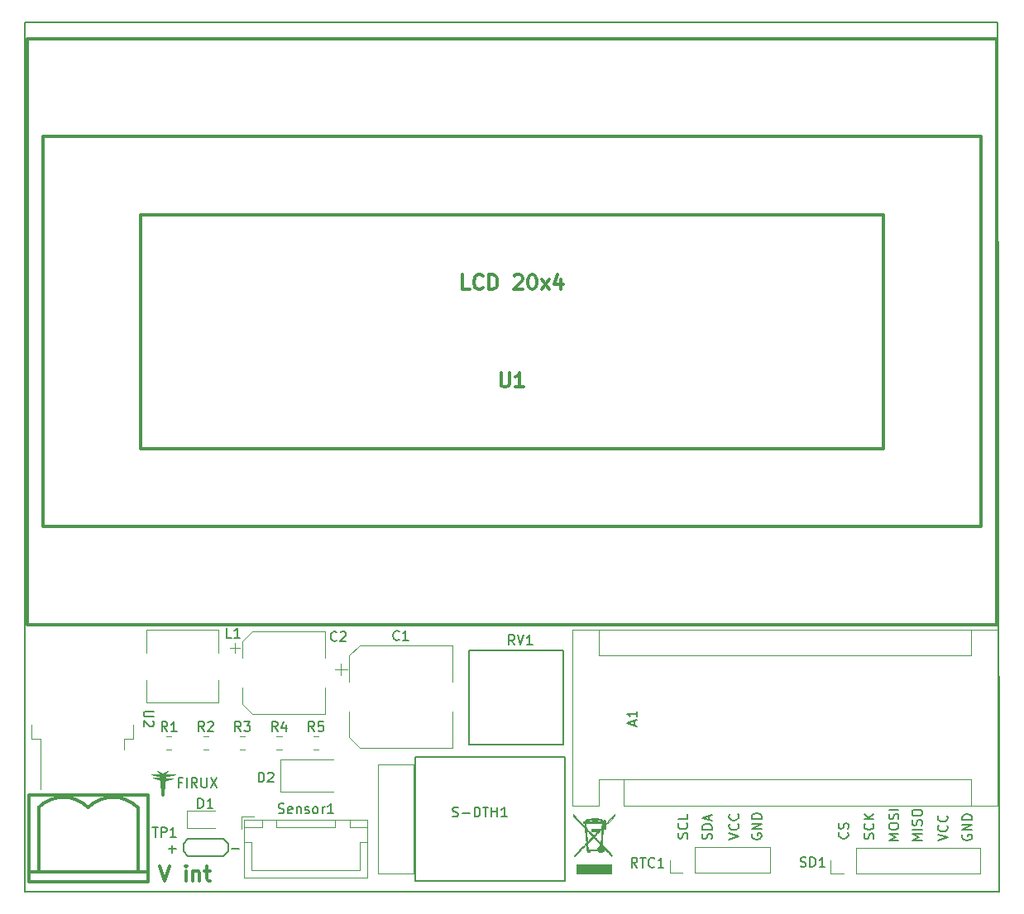
<source format=gbr>
G04 #@! TF.GenerationSoftware,KiCad,Pcbnew,(5.0.0)*
G04 #@! TF.CreationDate,2019-03-04T17:15:25-05:00*
G04 #@! TF.ProjectId,nivel y temperatura,6E6976656C20792074656D7065726174,V 1.0*
G04 #@! TF.SameCoordinates,Original*
G04 #@! TF.FileFunction,Legend,Top*
G04 #@! TF.FilePolarity,Positive*
%FSLAX46Y46*%
G04 Gerber Fmt 4.6, Leading zero omitted, Abs format (unit mm)*
G04 Created by KiCad (PCBNEW (5.0.0)) date 03/04/19 17:15:25*
%MOMM*%
%LPD*%
G01*
G04 APERTURE LIST*
%ADD10C,0.150000*%
%ADD11C,0.300000*%
%ADD12C,0.304800*%
%ADD13C,0.050000*%
%ADD14C,0.120000*%
%ADD15C,0.010000*%
G04 APERTURE END LIST*
D10*
X113359047Y-130591428D02*
X114120952Y-130591428D01*
X106889047Y-130641428D02*
X107650952Y-130641428D01*
X107270000Y-131022380D02*
X107270000Y-130260476D01*
X92202000Y-45974000D02*
X92202000Y-134974000D01*
X191770000Y-45974000D02*
X92202000Y-45974000D01*
X191900000Y-135000000D02*
X191770000Y-45970000D01*
X92202000Y-135000000D02*
X191900000Y-135000000D01*
X108234361Y-123829771D02*
X107901028Y-123829771D01*
X107901028Y-124353580D02*
X107901028Y-123353580D01*
X108377219Y-123353580D01*
X108758171Y-124353580D02*
X108758171Y-123353580D01*
X109805790Y-124353580D02*
X109472457Y-123877390D01*
X109234361Y-124353580D02*
X109234361Y-123353580D01*
X109615314Y-123353580D01*
X109710552Y-123401200D01*
X109758171Y-123448819D01*
X109805790Y-123544057D01*
X109805790Y-123686914D01*
X109758171Y-123782152D01*
X109710552Y-123829771D01*
X109615314Y-123877390D01*
X109234361Y-123877390D01*
X110234361Y-123353580D02*
X110234361Y-124163104D01*
X110281980Y-124258342D01*
X110329600Y-124305961D01*
X110424838Y-124353580D01*
X110615314Y-124353580D01*
X110710552Y-124305961D01*
X110758171Y-124258342D01*
X110805790Y-124163104D01*
X110805790Y-123353580D01*
X111186742Y-123353580D02*
X111853409Y-124353580D01*
X111853409Y-123353580D02*
X111186742Y-124353580D01*
X188171200Y-129184304D02*
X188123580Y-129279542D01*
X188123580Y-129422400D01*
X188171200Y-129565257D01*
X188266438Y-129660495D01*
X188361676Y-129708114D01*
X188552152Y-129755733D01*
X188695009Y-129755733D01*
X188885485Y-129708114D01*
X188980723Y-129660495D01*
X189075961Y-129565257D01*
X189123580Y-129422400D01*
X189123580Y-129327161D01*
X189075961Y-129184304D01*
X189028342Y-129136685D01*
X188695009Y-129136685D01*
X188695009Y-129327161D01*
X189123580Y-128708114D02*
X188123580Y-128708114D01*
X189123580Y-128136685D01*
X188123580Y-128136685D01*
X189123580Y-127660495D02*
X188123580Y-127660495D01*
X188123580Y-127422400D01*
X188171200Y-127279542D01*
X188266438Y-127184304D01*
X188361676Y-127136685D01*
X188552152Y-127089066D01*
X188695009Y-127089066D01*
X188885485Y-127136685D01*
X188980723Y-127184304D01*
X189075961Y-127279542D01*
X189123580Y-127422400D01*
X189123580Y-127660495D01*
X185634380Y-129806533D02*
X186634380Y-129473200D01*
X185634380Y-129139866D01*
X186539142Y-128235104D02*
X186586761Y-128282723D01*
X186634380Y-128425580D01*
X186634380Y-128520819D01*
X186586761Y-128663676D01*
X186491523Y-128758914D01*
X186396285Y-128806533D01*
X186205809Y-128854152D01*
X186062952Y-128854152D01*
X185872476Y-128806533D01*
X185777238Y-128758914D01*
X185682000Y-128663676D01*
X185634380Y-128520819D01*
X185634380Y-128425580D01*
X185682000Y-128282723D01*
X185729619Y-128235104D01*
X186539142Y-127235104D02*
X186586761Y-127282723D01*
X186634380Y-127425580D01*
X186634380Y-127520819D01*
X186586761Y-127663676D01*
X186491523Y-127758914D01*
X186396285Y-127806533D01*
X186205809Y-127854152D01*
X186062952Y-127854152D01*
X185872476Y-127806533D01*
X185777238Y-127758914D01*
X185682000Y-127663676D01*
X185634380Y-127520819D01*
X185634380Y-127425580D01*
X185682000Y-127282723D01*
X185729619Y-127235104D01*
X183992780Y-129790628D02*
X182992780Y-129790628D01*
X183707066Y-129457295D01*
X182992780Y-129123961D01*
X183992780Y-129123961D01*
X183992780Y-128647771D02*
X182992780Y-128647771D01*
X183945161Y-128219200D02*
X183992780Y-128076342D01*
X183992780Y-127838247D01*
X183945161Y-127743009D01*
X183897542Y-127695390D01*
X183802304Y-127647771D01*
X183707066Y-127647771D01*
X183611828Y-127695390D01*
X183564209Y-127743009D01*
X183516590Y-127838247D01*
X183468971Y-128028723D01*
X183421352Y-128123961D01*
X183373733Y-128171580D01*
X183278495Y-128219200D01*
X183183257Y-128219200D01*
X183088019Y-128171580D01*
X183040400Y-128123961D01*
X182992780Y-128028723D01*
X182992780Y-127790628D01*
X183040400Y-127647771D01*
X182992780Y-127028723D02*
X182992780Y-126838247D01*
X183040400Y-126743009D01*
X183135638Y-126647771D01*
X183326114Y-126600152D01*
X183659447Y-126600152D01*
X183849923Y-126647771D01*
X183945161Y-126743009D01*
X183992780Y-126838247D01*
X183992780Y-127028723D01*
X183945161Y-127123961D01*
X183849923Y-127219200D01*
X183659447Y-127266819D01*
X183326114Y-127266819D01*
X183135638Y-127219200D01*
X183040400Y-127123961D01*
X182992780Y-127028723D01*
X181605180Y-129739828D02*
X180605180Y-129739828D01*
X181319466Y-129406495D01*
X180605180Y-129073161D01*
X181605180Y-129073161D01*
X180605180Y-128406495D02*
X180605180Y-128216019D01*
X180652800Y-128120780D01*
X180748038Y-128025542D01*
X180938514Y-127977923D01*
X181271847Y-127977923D01*
X181462323Y-128025542D01*
X181557561Y-128120780D01*
X181605180Y-128216019D01*
X181605180Y-128406495D01*
X181557561Y-128501733D01*
X181462323Y-128596971D01*
X181271847Y-128644590D01*
X180938514Y-128644590D01*
X180748038Y-128596971D01*
X180652800Y-128501733D01*
X180605180Y-128406495D01*
X181557561Y-127596971D02*
X181605180Y-127454114D01*
X181605180Y-127216019D01*
X181557561Y-127120780D01*
X181509942Y-127073161D01*
X181414704Y-127025542D01*
X181319466Y-127025542D01*
X181224228Y-127073161D01*
X181176609Y-127120780D01*
X181128990Y-127216019D01*
X181081371Y-127406495D01*
X181033752Y-127501733D01*
X180986133Y-127549352D01*
X180890895Y-127596971D01*
X180795657Y-127596971D01*
X180700419Y-127549352D01*
X180652800Y-127501733D01*
X180605180Y-127406495D01*
X180605180Y-127168400D01*
X180652800Y-127025542D01*
X181605180Y-126596971D02*
X180605180Y-126596971D01*
X179017561Y-129606514D02*
X179065180Y-129463657D01*
X179065180Y-129225561D01*
X179017561Y-129130323D01*
X178969942Y-129082704D01*
X178874704Y-129035085D01*
X178779466Y-129035085D01*
X178684228Y-129082704D01*
X178636609Y-129130323D01*
X178588990Y-129225561D01*
X178541371Y-129416038D01*
X178493752Y-129511276D01*
X178446133Y-129558895D01*
X178350895Y-129606514D01*
X178255657Y-129606514D01*
X178160419Y-129558895D01*
X178112800Y-129511276D01*
X178065180Y-129416038D01*
X178065180Y-129177942D01*
X178112800Y-129035085D01*
X178969942Y-128035085D02*
X179017561Y-128082704D01*
X179065180Y-128225561D01*
X179065180Y-128320800D01*
X179017561Y-128463657D01*
X178922323Y-128558895D01*
X178827085Y-128606514D01*
X178636609Y-128654133D01*
X178493752Y-128654133D01*
X178303276Y-128606514D01*
X178208038Y-128558895D01*
X178112800Y-128463657D01*
X178065180Y-128320800D01*
X178065180Y-128225561D01*
X178112800Y-128082704D01*
X178160419Y-128035085D01*
X179065180Y-127606514D02*
X178065180Y-127606514D01*
X179065180Y-127035085D02*
X178493752Y-127463657D01*
X178065180Y-127035085D02*
X178636609Y-127606514D01*
X176379142Y-128944666D02*
X176426761Y-128992285D01*
X176474380Y-129135142D01*
X176474380Y-129230380D01*
X176426761Y-129373238D01*
X176331523Y-129468476D01*
X176236285Y-129516095D01*
X176045809Y-129563714D01*
X175902952Y-129563714D01*
X175712476Y-129516095D01*
X175617238Y-129468476D01*
X175522000Y-129373238D01*
X175474380Y-129230380D01*
X175474380Y-129135142D01*
X175522000Y-128992285D01*
X175569619Y-128944666D01*
X176426761Y-128563714D02*
X176474380Y-128420857D01*
X176474380Y-128182761D01*
X176426761Y-128087523D01*
X176379142Y-128039904D01*
X176283904Y-127992285D01*
X176188666Y-127992285D01*
X176093428Y-128039904D01*
X176045809Y-128087523D01*
X175998190Y-128182761D01*
X175950571Y-128373238D01*
X175902952Y-128468476D01*
X175855333Y-128516095D01*
X175760095Y-128563714D01*
X175664857Y-128563714D01*
X175569619Y-128516095D01*
X175522000Y-128468476D01*
X175474380Y-128373238D01*
X175474380Y-128135142D01*
X175522000Y-127992285D01*
X166632000Y-129082704D02*
X166584380Y-129177942D01*
X166584380Y-129320800D01*
X166632000Y-129463657D01*
X166727238Y-129558895D01*
X166822476Y-129606514D01*
X167012952Y-129654133D01*
X167155809Y-129654133D01*
X167346285Y-129606514D01*
X167441523Y-129558895D01*
X167536761Y-129463657D01*
X167584380Y-129320800D01*
X167584380Y-129225561D01*
X167536761Y-129082704D01*
X167489142Y-129035085D01*
X167155809Y-129035085D01*
X167155809Y-129225561D01*
X167584380Y-128606514D02*
X166584380Y-128606514D01*
X167584380Y-128035085D01*
X166584380Y-128035085D01*
X167584380Y-127558895D02*
X166584380Y-127558895D01*
X166584380Y-127320800D01*
X166632000Y-127177942D01*
X166727238Y-127082704D01*
X166822476Y-127035085D01*
X167012952Y-126987466D01*
X167155809Y-126987466D01*
X167346285Y-127035085D01*
X167441523Y-127082704D01*
X167536761Y-127177942D01*
X167584380Y-127320800D01*
X167584380Y-127558895D01*
X164247580Y-129654133D02*
X165247580Y-129320800D01*
X164247580Y-128987466D01*
X165152342Y-128082704D02*
X165199961Y-128130323D01*
X165247580Y-128273180D01*
X165247580Y-128368419D01*
X165199961Y-128511276D01*
X165104723Y-128606514D01*
X165009485Y-128654133D01*
X164819009Y-128701752D01*
X164676152Y-128701752D01*
X164485676Y-128654133D01*
X164390438Y-128606514D01*
X164295200Y-128511276D01*
X164247580Y-128368419D01*
X164247580Y-128273180D01*
X164295200Y-128130323D01*
X164342819Y-128082704D01*
X165152342Y-127082704D02*
X165199961Y-127130323D01*
X165247580Y-127273180D01*
X165247580Y-127368419D01*
X165199961Y-127511276D01*
X165104723Y-127606514D01*
X165009485Y-127654133D01*
X164819009Y-127701752D01*
X164676152Y-127701752D01*
X164485676Y-127654133D01*
X164390438Y-127606514D01*
X164295200Y-127511276D01*
X164247580Y-127368419D01*
X164247580Y-127273180D01*
X164295200Y-127130323D01*
X164342819Y-127082704D01*
X162456761Y-129636685D02*
X162504380Y-129493828D01*
X162504380Y-129255733D01*
X162456761Y-129160495D01*
X162409142Y-129112876D01*
X162313904Y-129065257D01*
X162218666Y-129065257D01*
X162123428Y-129112876D01*
X162075809Y-129160495D01*
X162028190Y-129255733D01*
X161980571Y-129446209D01*
X161932952Y-129541447D01*
X161885333Y-129589066D01*
X161790095Y-129636685D01*
X161694857Y-129636685D01*
X161599619Y-129589066D01*
X161552000Y-129541447D01*
X161504380Y-129446209D01*
X161504380Y-129208114D01*
X161552000Y-129065257D01*
X162504380Y-128636685D02*
X161504380Y-128636685D01*
X161504380Y-128398590D01*
X161552000Y-128255733D01*
X161647238Y-128160495D01*
X161742476Y-128112876D01*
X161932952Y-128065257D01*
X162075809Y-128065257D01*
X162266285Y-128112876D01*
X162361523Y-128160495D01*
X162456761Y-128255733D01*
X162504380Y-128398590D01*
X162504380Y-128636685D01*
X162218666Y-127684304D02*
X162218666Y-127208114D01*
X162504380Y-127779542D02*
X161504380Y-127446209D01*
X162504380Y-127112876D01*
X159967561Y-129562076D02*
X160015180Y-129419219D01*
X160015180Y-129181123D01*
X159967561Y-129085885D01*
X159919942Y-129038266D01*
X159824704Y-128990647D01*
X159729466Y-128990647D01*
X159634228Y-129038266D01*
X159586609Y-129085885D01*
X159538990Y-129181123D01*
X159491371Y-129371600D01*
X159443752Y-129466838D01*
X159396133Y-129514457D01*
X159300895Y-129562076D01*
X159205657Y-129562076D01*
X159110419Y-129514457D01*
X159062800Y-129466838D01*
X159015180Y-129371600D01*
X159015180Y-129133504D01*
X159062800Y-128990647D01*
X159919942Y-127990647D02*
X159967561Y-128038266D01*
X160015180Y-128181123D01*
X160015180Y-128276361D01*
X159967561Y-128419219D01*
X159872323Y-128514457D01*
X159777085Y-128562076D01*
X159586609Y-128609695D01*
X159443752Y-128609695D01*
X159253276Y-128562076D01*
X159158038Y-128514457D01*
X159062800Y-128419219D01*
X159015180Y-128276361D01*
X159015180Y-128181123D01*
X159062800Y-128038266D01*
X159110419Y-127990647D01*
X160015180Y-127085885D02*
X160015180Y-127562076D01*
X159015180Y-127562076D01*
D11*
G04 #@! TO.C,U1*
X92464801Y-107657901D02*
X92464801Y-47657901D01*
X191651801Y-107657901D02*
X92464801Y-107632501D01*
X191651801Y-47657901D02*
X191651801Y-107657901D01*
X92464801Y-47637701D02*
X191626401Y-47637701D01*
D12*
X180046541Y-65636141D02*
X104044661Y-65636141D01*
X180046541Y-89634061D02*
X180046541Y-65636141D01*
X104044661Y-89634061D02*
X180046541Y-89634061D01*
X104044661Y-65636141D02*
X104044661Y-89634061D01*
X94044681Y-97635061D02*
X94044681Y-57635141D01*
X190046521Y-97635061D02*
X94044681Y-97635061D01*
X190046521Y-57635141D02*
X190046521Y-97635061D01*
X94044681Y-57635141D02*
X190046521Y-57635141D01*
D13*
G04 #@! TO.C,S-DTH1*
X128349600Y-121948800D02*
X128349600Y-133148800D01*
X128349600Y-133148800D02*
X131949600Y-133148800D01*
X131949600Y-133148800D02*
X131949600Y-121948800D01*
X131949600Y-121948800D02*
X128349600Y-121948800D01*
D10*
X147447000Y-121183400D02*
X147447000Y-133883400D01*
X147421600Y-133883400D02*
X132130800Y-133883400D01*
X132130800Y-133883400D02*
X132130800Y-121183400D01*
X132130800Y-121183400D02*
X147447000Y-121183400D01*
D14*
G04 #@! TO.C,A1*
X148256800Y-108175600D02*
X148256800Y-126215600D01*
X191696800Y-108175600D02*
X148256800Y-108175600D01*
X191696800Y-126215600D02*
X191696800Y-108175600D01*
X189026800Y-123545600D02*
X189026800Y-126215600D01*
X153466800Y-123545600D02*
X189026800Y-123545600D01*
X153466800Y-123545600D02*
X153466800Y-126215600D01*
X189026800Y-110845600D02*
X189026800Y-108175600D01*
X150926800Y-110845600D02*
X189026800Y-110845600D01*
X150926800Y-110845600D02*
X150926800Y-108175600D01*
X148256800Y-126215600D02*
X150926800Y-126215600D01*
X153466800Y-126215600D02*
X191696800Y-126215600D01*
X150926800Y-123545600D02*
X150926800Y-126215600D01*
X153466800Y-123545600D02*
X150926800Y-123545600D01*
G04 #@! TO.C,D1*
X111642400Y-126699600D02*
X108757400Y-126699600D01*
X108757400Y-126699600D02*
X108757400Y-128519600D01*
X108757400Y-128519600D02*
X111642400Y-128519600D01*
G04 #@! TO.C,R1*
X106672748Y-119076400D02*
X107195252Y-119076400D01*
X106672748Y-120496400D02*
X107195252Y-120496400D01*
G04 #@! TO.C,R2*
X110431948Y-120496400D02*
X110954452Y-120496400D01*
X110431948Y-119076400D02*
X110954452Y-119076400D01*
G04 #@! TO.C,RTC1*
X168462000Y-133105200D02*
X168462000Y-130445200D01*
X160782000Y-133105200D02*
X168462000Y-133105200D01*
X160782000Y-130445200D02*
X168462000Y-130445200D01*
X160782000Y-133105200D02*
X160782000Y-130445200D01*
X159512000Y-133105200D02*
X158182000Y-133105200D01*
X158182000Y-133105200D02*
X158182000Y-131775200D01*
G04 #@! TO.C,SD1*
X190001200Y-133156000D02*
X190001200Y-130496000D01*
X177241200Y-133156000D02*
X190001200Y-133156000D01*
X177241200Y-130496000D02*
X190001200Y-130496000D01*
X177241200Y-133156000D02*
X177241200Y-130496000D01*
X175971200Y-133156000D02*
X174641200Y-133156000D01*
X174641200Y-133156000D02*
X174641200Y-131826000D01*
G04 #@! TO.C,Sensor1*
X114635600Y-127638800D02*
X114635600Y-133608800D01*
X114635600Y-133608800D02*
X127255600Y-133608800D01*
X127255600Y-133608800D02*
X127255600Y-127638800D01*
X127255600Y-127638800D02*
X114635600Y-127638800D01*
X117945600Y-127648800D02*
X117945600Y-128398800D01*
X117945600Y-128398800D02*
X123945600Y-128398800D01*
X123945600Y-128398800D02*
X123945600Y-127648800D01*
X123945600Y-127648800D02*
X117945600Y-127648800D01*
X114645600Y-127648800D02*
X114645600Y-128398800D01*
X114645600Y-128398800D02*
X116445600Y-128398800D01*
X116445600Y-128398800D02*
X116445600Y-127648800D01*
X116445600Y-127648800D02*
X114645600Y-127648800D01*
X125445600Y-127648800D02*
X125445600Y-128398800D01*
X125445600Y-128398800D02*
X127245600Y-128398800D01*
X127245600Y-128398800D02*
X127245600Y-127648800D01*
X127245600Y-127648800D02*
X125445600Y-127648800D01*
X114645600Y-129898800D02*
X115395600Y-129898800D01*
X115395600Y-129898800D02*
X115395600Y-132848800D01*
X115395600Y-132848800D02*
X120945600Y-132848800D01*
X127245600Y-129898800D02*
X126495600Y-129898800D01*
X126495600Y-129898800D02*
X126495600Y-132848800D01*
X126495600Y-132848800D02*
X120945600Y-132848800D01*
X115595600Y-127348800D02*
X114345600Y-127348800D01*
X114345600Y-127348800D02*
X114345600Y-128598800D01*
G04 #@! TO.C,C1*
X135917600Y-120271200D02*
X135917600Y-116521200D01*
X135917600Y-109751200D02*
X135917600Y-113501200D01*
X126462037Y-109751200D02*
X135917600Y-109751200D01*
X126462037Y-120271200D02*
X135917600Y-120271200D01*
X125397600Y-119206763D02*
X125397600Y-116521200D01*
X125397600Y-110815637D02*
X125397600Y-113501200D01*
X125397600Y-110815637D02*
X126462037Y-109751200D01*
X125397600Y-119206763D02*
X126462037Y-120271200D01*
X123907600Y-112251200D02*
X125157600Y-112251200D01*
X124532600Y-111626200D02*
X124532600Y-112876200D01*
G04 #@! TO.C,C2*
X122928800Y-116832800D02*
X122928800Y-114082800D01*
X122928800Y-108312800D02*
X122928800Y-111062800D01*
X115473237Y-108312800D02*
X122928800Y-108312800D01*
X115473237Y-116832800D02*
X122928800Y-116832800D01*
X114408800Y-115768363D02*
X114408800Y-114082800D01*
X114408800Y-109377237D02*
X114408800Y-111062800D01*
X114408800Y-109377237D02*
X115473237Y-108312800D01*
X114408800Y-115768363D02*
X115473237Y-116832800D01*
X113168800Y-110062800D02*
X114168800Y-110062800D01*
X113668800Y-109562800D02*
X113668800Y-110562800D01*
G04 #@! TO.C,D2*
X118316800Y-121438400D02*
X118316800Y-124738400D01*
X118316800Y-124738400D02*
X123716800Y-124738400D01*
X118316800Y-121438400D02*
X123716800Y-121438400D01*
D12*
G04 #@! TO.C, *
X92557600Y-134010400D02*
X104749600Y-134010400D01*
X104749600Y-132994400D02*
X92557600Y-132994400D01*
X92557600Y-125120400D02*
X104749600Y-125120400D01*
X92557600Y-125120400D02*
X92557600Y-134010400D01*
X104749600Y-134010400D02*
X104749600Y-125120400D01*
X98653600Y-126390400D02*
G75*
G03X93573600Y-126390400I-2540000J-2540000D01*
G01*
X103733600Y-126390400D02*
G75*
G03X98653600Y-126390400I-2540000J-2540000D01*
G01*
X103733600Y-126390400D02*
X103733600Y-132994400D01*
X93573600Y-126390400D02*
X93573600Y-132994400D01*
D14*
G04 #@! TO.C,L1*
X112005600Y-113312400D02*
X112005600Y-115612400D01*
X112005600Y-115612400D02*
X104605600Y-115612400D01*
X104605600Y-115612400D02*
X104605600Y-113312400D01*
X104605600Y-110512400D02*
X104605600Y-108212400D01*
X104605600Y-108212400D02*
X112005600Y-108212400D01*
X112005600Y-108212400D02*
X112005600Y-110512400D01*
G04 #@! TO.C,R3*
X114191148Y-120496400D02*
X114713652Y-120496400D01*
X114191148Y-119076400D02*
X114713652Y-119076400D01*
G04 #@! TO.C,R4*
X117950348Y-119076400D02*
X118472852Y-119076400D01*
X117950348Y-120496400D02*
X118472852Y-120496400D01*
D10*
G04 #@! TO.C,TP1*
X108890000Y-129610000D02*
X112490000Y-129610000D01*
X112490000Y-129610000D02*
X112990000Y-130110000D01*
X112990000Y-130110000D02*
X112990000Y-130910000D01*
X112990000Y-130910000D02*
X112490000Y-131410000D01*
X112490000Y-131410000D02*
X108890000Y-131410000D01*
X108890000Y-131410000D02*
X108390000Y-130910000D01*
X108390000Y-130910000D02*
X108390000Y-130110000D01*
X108390000Y-130110000D02*
X108890000Y-129610000D01*
D14*
G04 #@! TO.C,U2*
X92844000Y-117883600D02*
X92844000Y-119383600D01*
X92844000Y-119383600D02*
X93794000Y-119383600D01*
X93794000Y-119383600D02*
X93794000Y-124508600D01*
X103244000Y-117883600D02*
X103244000Y-119383600D01*
X103244000Y-119383600D02*
X102294000Y-119383600D01*
X102294000Y-119383600D02*
X102294000Y-120483600D01*
G04 #@! TO.C,R5*
X121709548Y-119076400D02*
X122232052Y-119076400D01*
X121709548Y-120496400D02*
X122232052Y-120496400D01*
D10*
G04 #@! TO.C,RV1*
X147269200Y-110337600D02*
X137617200Y-110337600D01*
X147269200Y-119938800D02*
X147269200Y-110337600D01*
X137617200Y-119938800D02*
X147218400Y-119938800D01*
X137617200Y-110337600D02*
X137617200Y-119938800D01*
D15*
G04 #@! TO.C,*
G36*
X106827320Y-122649656D02*
X106824703Y-122652024D01*
X106818530Y-122657414D01*
X106809065Y-122665601D01*
X106796572Y-122676362D01*
X106781315Y-122689470D01*
X106763556Y-122704701D01*
X106743560Y-122721830D01*
X106721591Y-122740632D01*
X106697912Y-122760883D01*
X106672786Y-122782358D01*
X106646478Y-122804831D01*
X106619251Y-122828078D01*
X106591368Y-122851874D01*
X106563095Y-122875995D01*
X106534693Y-122900214D01*
X106506427Y-122924309D01*
X106478561Y-122948052D01*
X106451358Y-122971221D01*
X106425081Y-122993590D01*
X106399995Y-123014933D01*
X106376364Y-123035027D01*
X106354450Y-123053647D01*
X106334518Y-123070567D01*
X106316831Y-123085562D01*
X106301654Y-123098409D01*
X106289248Y-123108881D01*
X106279879Y-123116755D01*
X106273810Y-123121805D01*
X106271305Y-123123807D01*
X106271255Y-123123831D01*
X106269178Y-123122205D01*
X106263445Y-123117481D01*
X106254277Y-123109845D01*
X106241894Y-123099481D01*
X106226516Y-123086577D01*
X106208364Y-123071317D01*
X106187659Y-123053888D01*
X106164619Y-123034474D01*
X106139467Y-123013261D01*
X106112423Y-122990435D01*
X106083706Y-122966182D01*
X106053537Y-122940687D01*
X106022137Y-122914136D01*
X105997291Y-122893116D01*
X105965051Y-122865830D01*
X105933852Y-122839417D01*
X105903919Y-122814067D01*
X105875473Y-122789968D01*
X105848736Y-122767309D01*
X105823931Y-122746278D01*
X105801280Y-122727064D01*
X105781006Y-122709856D01*
X105763332Y-122694842D01*
X105748478Y-122682212D01*
X105736669Y-122672153D01*
X105728126Y-122664855D01*
X105723071Y-122660506D01*
X105721701Y-122659292D01*
X105721086Y-122658682D01*
X105720550Y-122658143D01*
X105720322Y-122657789D01*
X105720630Y-122657735D01*
X105721703Y-122658095D01*
X105723768Y-122658983D01*
X105727053Y-122660513D01*
X105731786Y-122662800D01*
X105738196Y-122665957D01*
X105746509Y-122670100D01*
X105756955Y-122675342D01*
X105769762Y-122681798D01*
X105785156Y-122689581D01*
X105803367Y-122698807D01*
X105824622Y-122709589D01*
X105849150Y-122722042D01*
X105877178Y-122736280D01*
X105908934Y-122752417D01*
X105944647Y-122770567D01*
X105984544Y-122790846D01*
X106006679Y-122802096D01*
X106040653Y-122819350D01*
X106073384Y-122835948D01*
X106104585Y-122851745D01*
X106133968Y-122866596D01*
X106161247Y-122880359D01*
X106186136Y-122892888D01*
X106208346Y-122904039D01*
X106227591Y-122913668D01*
X106243584Y-122921632D01*
X106256039Y-122927785D01*
X106264667Y-122931984D01*
X106269183Y-122934084D01*
X106269793Y-122934306D01*
X106272324Y-122933166D01*
X106279053Y-122929853D01*
X106289668Y-122924529D01*
X106303854Y-122917353D01*
X106321298Y-122908488D01*
X106341687Y-122898095D01*
X106364707Y-122886334D01*
X106390045Y-122873366D01*
X106417387Y-122859353D01*
X106446420Y-122844456D01*
X106476830Y-122828836D01*
X106508304Y-122812653D01*
X106540529Y-122796069D01*
X106573190Y-122779246D01*
X106605974Y-122762343D01*
X106638568Y-122745522D01*
X106670659Y-122728945D01*
X106701932Y-122712771D01*
X106732075Y-122697163D01*
X106760774Y-122682281D01*
X106787715Y-122668287D01*
X106799380Y-122662218D01*
X106810341Y-122656641D01*
X106819135Y-122652416D01*
X106825087Y-122649848D01*
X106827523Y-122649238D01*
X106827320Y-122649656D01*
X106827320Y-122649656D01*
G37*
X106827320Y-122649656D02*
X106824703Y-122652024D01*
X106818530Y-122657414D01*
X106809065Y-122665601D01*
X106796572Y-122676362D01*
X106781315Y-122689470D01*
X106763556Y-122704701D01*
X106743560Y-122721830D01*
X106721591Y-122740632D01*
X106697912Y-122760883D01*
X106672786Y-122782358D01*
X106646478Y-122804831D01*
X106619251Y-122828078D01*
X106591368Y-122851874D01*
X106563095Y-122875995D01*
X106534693Y-122900214D01*
X106506427Y-122924309D01*
X106478561Y-122948052D01*
X106451358Y-122971221D01*
X106425081Y-122993590D01*
X106399995Y-123014933D01*
X106376364Y-123035027D01*
X106354450Y-123053647D01*
X106334518Y-123070567D01*
X106316831Y-123085562D01*
X106301654Y-123098409D01*
X106289248Y-123108881D01*
X106279879Y-123116755D01*
X106273810Y-123121805D01*
X106271305Y-123123807D01*
X106271255Y-123123831D01*
X106269178Y-123122205D01*
X106263445Y-123117481D01*
X106254277Y-123109845D01*
X106241894Y-123099481D01*
X106226516Y-123086577D01*
X106208364Y-123071317D01*
X106187659Y-123053888D01*
X106164619Y-123034474D01*
X106139467Y-123013261D01*
X106112423Y-122990435D01*
X106083706Y-122966182D01*
X106053537Y-122940687D01*
X106022137Y-122914136D01*
X105997291Y-122893116D01*
X105965051Y-122865830D01*
X105933852Y-122839417D01*
X105903919Y-122814067D01*
X105875473Y-122789968D01*
X105848736Y-122767309D01*
X105823931Y-122746278D01*
X105801280Y-122727064D01*
X105781006Y-122709856D01*
X105763332Y-122694842D01*
X105748478Y-122682212D01*
X105736669Y-122672153D01*
X105728126Y-122664855D01*
X105723071Y-122660506D01*
X105721701Y-122659292D01*
X105721086Y-122658682D01*
X105720550Y-122658143D01*
X105720322Y-122657789D01*
X105720630Y-122657735D01*
X105721703Y-122658095D01*
X105723768Y-122658983D01*
X105727053Y-122660513D01*
X105731786Y-122662800D01*
X105738196Y-122665957D01*
X105746509Y-122670100D01*
X105756955Y-122675342D01*
X105769762Y-122681798D01*
X105785156Y-122689581D01*
X105803367Y-122698807D01*
X105824622Y-122709589D01*
X105849150Y-122722042D01*
X105877178Y-122736280D01*
X105908934Y-122752417D01*
X105944647Y-122770567D01*
X105984544Y-122790846D01*
X106006679Y-122802096D01*
X106040653Y-122819350D01*
X106073384Y-122835948D01*
X106104585Y-122851745D01*
X106133968Y-122866596D01*
X106161247Y-122880359D01*
X106186136Y-122892888D01*
X106208346Y-122904039D01*
X106227591Y-122913668D01*
X106243584Y-122921632D01*
X106256039Y-122927785D01*
X106264667Y-122931984D01*
X106269183Y-122934084D01*
X106269793Y-122934306D01*
X106272324Y-122933166D01*
X106279053Y-122929853D01*
X106289668Y-122924529D01*
X106303854Y-122917353D01*
X106321298Y-122908488D01*
X106341687Y-122898095D01*
X106364707Y-122886334D01*
X106390045Y-122873366D01*
X106417387Y-122859353D01*
X106446420Y-122844456D01*
X106476830Y-122828836D01*
X106508304Y-122812653D01*
X106540529Y-122796069D01*
X106573190Y-122779246D01*
X106605974Y-122762343D01*
X106638568Y-122745522D01*
X106670659Y-122728945D01*
X106701932Y-122712771D01*
X106732075Y-122697163D01*
X106760774Y-122682281D01*
X106787715Y-122668287D01*
X106799380Y-122662218D01*
X106810341Y-122656641D01*
X106819135Y-122652416D01*
X106825087Y-122649848D01*
X106827523Y-122649238D01*
X106827320Y-122649656D01*
G36*
X107008838Y-122994673D02*
X107061470Y-122994706D01*
X107112794Y-122994755D01*
X107162577Y-122994820D01*
X107210583Y-122994900D01*
X107256579Y-122994993D01*
X107300329Y-122995099D01*
X107341600Y-122995217D01*
X107380158Y-122995346D01*
X107415767Y-122995485D01*
X107448193Y-122995632D01*
X107477203Y-122995789D01*
X107502561Y-122995952D01*
X107524033Y-122996122D01*
X107541386Y-122996297D01*
X107554384Y-122996476D01*
X107562792Y-122996659D01*
X107566378Y-122996845D01*
X107566460Y-122996863D01*
X107568948Y-122997699D01*
X107570217Y-122998499D01*
X107569801Y-122999394D01*
X107567234Y-123000516D01*
X107562051Y-123001998D01*
X107553788Y-123003970D01*
X107541978Y-123006565D01*
X107526157Y-123009915D01*
X107505859Y-123014150D01*
X107504230Y-123014490D01*
X107484452Y-123018605D01*
X107463716Y-123022921D01*
X107443389Y-123027153D01*
X107424837Y-123031015D01*
X107409429Y-123034223D01*
X107405170Y-123035111D01*
X107388694Y-123038538D01*
X107370943Y-123042226D01*
X107353906Y-123045760D01*
X107339569Y-123048728D01*
X107337860Y-123049082D01*
X107328462Y-123051029D01*
X107314891Y-123053848D01*
X107297947Y-123057372D01*
X107278427Y-123061436D01*
X107257133Y-123065872D01*
X107234862Y-123070515D01*
X107215940Y-123074462D01*
X107192021Y-123079453D01*
X107167144Y-123084642D01*
X107142362Y-123089811D01*
X107118730Y-123094738D01*
X107097302Y-123099206D01*
X107079133Y-123102993D01*
X107069890Y-123104919D01*
X107051795Y-123108690D01*
X107030227Y-123113190D01*
X107006681Y-123118105D01*
X106982656Y-123123124D01*
X106959649Y-123127932D01*
X106947970Y-123130374D01*
X106930227Y-123134084D01*
X106913280Y-123137626D01*
X106896631Y-123141101D01*
X106879783Y-123144615D01*
X106862237Y-123148270D01*
X106843499Y-123152170D01*
X106823069Y-123156418D01*
X106800451Y-123161117D01*
X106775149Y-123166371D01*
X106746663Y-123172284D01*
X106714498Y-123178958D01*
X106678156Y-123186498D01*
X106653975Y-123191514D01*
X106532700Y-123216670D01*
X106532680Y-123405900D01*
X106899363Y-123405899D01*
X106946839Y-123405916D01*
X106992111Y-123405964D01*
X107034946Y-123406042D01*
X107075109Y-123406149D01*
X107112367Y-123406283D01*
X107146486Y-123406443D01*
X107177231Y-123406628D01*
X107204368Y-123406835D01*
X107227665Y-123407064D01*
X107246886Y-123407313D01*
X107261797Y-123407581D01*
X107272166Y-123407866D01*
X107277757Y-123408166D01*
X107278458Y-123408257D01*
X107287617Y-123410320D01*
X107296016Y-123412727D01*
X107298490Y-123413608D01*
X107300919Y-123414738D01*
X107301671Y-123415848D01*
X107300204Y-123417163D01*
X107295980Y-123418905D01*
X107288459Y-123421298D01*
X107277102Y-123424564D01*
X107261660Y-123428847D01*
X107247031Y-123432872D01*
X107227960Y-123438109D01*
X107204907Y-123444433D01*
X107178328Y-123451720D01*
X107148683Y-123459843D01*
X107116431Y-123468676D01*
X107082030Y-123478095D01*
X107045939Y-123487974D01*
X107008616Y-123498188D01*
X106970519Y-123508610D01*
X106932109Y-123519116D01*
X106893842Y-123529580D01*
X106856179Y-123539877D01*
X106819576Y-123549881D01*
X106784494Y-123559467D01*
X106751390Y-123568508D01*
X106720724Y-123576881D01*
X106692953Y-123584458D01*
X106674920Y-123589376D01*
X106649115Y-123596414D01*
X106624813Y-123603051D01*
X106602448Y-123609167D01*
X106582456Y-123614643D01*
X106565272Y-123619359D01*
X106551332Y-123623195D01*
X106541071Y-123626032D01*
X106534925Y-123627751D01*
X106533262Y-123628241D01*
X106532772Y-123630776D01*
X106531794Y-123637612D01*
X106530425Y-123648004D01*
X106528761Y-123661210D01*
X106526901Y-123676483D01*
X106526273Y-123681754D01*
X106524307Y-123698309D01*
X106522472Y-123713765D01*
X106520879Y-123727187D01*
X106519638Y-123737638D01*
X106518861Y-123744182D01*
X106518765Y-123744990D01*
X106517986Y-123751496D01*
X106516764Y-123761642D01*
X106515266Y-123774027D01*
X106513706Y-123786900D01*
X106512760Y-123794759D01*
X106511276Y-123807168D01*
X106509315Y-123823629D01*
X106506935Y-123843646D01*
X106504194Y-123866724D01*
X106501152Y-123892365D01*
X106497867Y-123920074D01*
X106494399Y-123949354D01*
X106490806Y-123979709D01*
X106488375Y-124000260D01*
X106481122Y-124061598D01*
X106474441Y-124118091D01*
X106468310Y-124169939D01*
X106462704Y-124217340D01*
X106457600Y-124260495D01*
X106452974Y-124299602D01*
X106448803Y-124334863D01*
X106445063Y-124366475D01*
X106441731Y-124394639D01*
X106438782Y-124419555D01*
X106436194Y-124441421D01*
X106433942Y-124460438D01*
X106432002Y-124476804D01*
X106430353Y-124490721D01*
X106428968Y-124502386D01*
X106427826Y-124512000D01*
X106426903Y-124519763D01*
X106426174Y-124525873D01*
X106425616Y-124530531D01*
X106425206Y-124533936D01*
X106424919Y-124536287D01*
X106424773Y-124537470D01*
X106424111Y-124542890D01*
X106422911Y-124552873D01*
X106421218Y-124567041D01*
X106419076Y-124585019D01*
X106416529Y-124606429D01*
X106413622Y-124630895D01*
X106410399Y-124658041D01*
X106406906Y-124687490D01*
X106403187Y-124718865D01*
X106399285Y-124751791D01*
X106395247Y-124785889D01*
X106391115Y-124820785D01*
X106386936Y-124856102D01*
X106382753Y-124891462D01*
X106378611Y-124926490D01*
X106374554Y-124960809D01*
X106370627Y-124994042D01*
X106366875Y-125025813D01*
X106363342Y-125055745D01*
X106360073Y-125083463D01*
X106357112Y-125108589D01*
X106354504Y-125130746D01*
X106352292Y-125149559D01*
X106350523Y-125164651D01*
X106349240Y-125175645D01*
X106348488Y-125182165D01*
X106348323Y-125183655D01*
X106347151Y-125193287D01*
X106345855Y-125201713D01*
X106344926Y-125206221D01*
X106343744Y-125209841D01*
X106342560Y-125209796D01*
X106340669Y-125205618D01*
X106339546Y-125202656D01*
X106339235Y-125201347D01*
X106338941Y-125199036D01*
X106338664Y-125195581D01*
X106338402Y-125190844D01*
X106338155Y-125184683D01*
X106337923Y-125176959D01*
X106337706Y-125167531D01*
X106337502Y-125156260D01*
X106337310Y-125143005D01*
X106337132Y-125127627D01*
X106336965Y-125109985D01*
X106336809Y-125089940D01*
X106336664Y-125067350D01*
X106336529Y-125042077D01*
X106336404Y-125013979D01*
X106336288Y-124982918D01*
X106336181Y-124948753D01*
X106336081Y-124911343D01*
X106335989Y-124870549D01*
X106335903Y-124826230D01*
X106335824Y-124778248D01*
X106335750Y-124726460D01*
X106335681Y-124670729D01*
X106335617Y-124610912D01*
X106335557Y-124546871D01*
X106335500Y-124478465D01*
X106335446Y-124405554D01*
X106335394Y-124327998D01*
X106335344Y-124245657D01*
X106335295Y-124158392D01*
X106335289Y-124148850D01*
X106334727Y-123104910D01*
X106367981Y-123074430D01*
X106381578Y-123062035D01*
X106396551Y-123048499D01*
X106411410Y-123035161D01*
X106424661Y-123023366D01*
X106429401Y-123019185D01*
X106457567Y-122994420D01*
X107008838Y-122994673D01*
X107008838Y-122994673D01*
G37*
X107008838Y-122994673D02*
X107061470Y-122994706D01*
X107112794Y-122994755D01*
X107162577Y-122994820D01*
X107210583Y-122994900D01*
X107256579Y-122994993D01*
X107300329Y-122995099D01*
X107341600Y-122995217D01*
X107380158Y-122995346D01*
X107415767Y-122995485D01*
X107448193Y-122995632D01*
X107477203Y-122995789D01*
X107502561Y-122995952D01*
X107524033Y-122996122D01*
X107541386Y-122996297D01*
X107554384Y-122996476D01*
X107562792Y-122996659D01*
X107566378Y-122996845D01*
X107566460Y-122996863D01*
X107568948Y-122997699D01*
X107570217Y-122998499D01*
X107569801Y-122999394D01*
X107567234Y-123000516D01*
X107562051Y-123001998D01*
X107553788Y-123003970D01*
X107541978Y-123006565D01*
X107526157Y-123009915D01*
X107505859Y-123014150D01*
X107504230Y-123014490D01*
X107484452Y-123018605D01*
X107463716Y-123022921D01*
X107443389Y-123027153D01*
X107424837Y-123031015D01*
X107409429Y-123034223D01*
X107405170Y-123035111D01*
X107388694Y-123038538D01*
X107370943Y-123042226D01*
X107353906Y-123045760D01*
X107339569Y-123048728D01*
X107337860Y-123049082D01*
X107328462Y-123051029D01*
X107314891Y-123053848D01*
X107297947Y-123057372D01*
X107278427Y-123061436D01*
X107257133Y-123065872D01*
X107234862Y-123070515D01*
X107215940Y-123074462D01*
X107192021Y-123079453D01*
X107167144Y-123084642D01*
X107142362Y-123089811D01*
X107118730Y-123094738D01*
X107097302Y-123099206D01*
X107079133Y-123102993D01*
X107069890Y-123104919D01*
X107051795Y-123108690D01*
X107030227Y-123113190D01*
X107006681Y-123118105D01*
X106982656Y-123123124D01*
X106959649Y-123127932D01*
X106947970Y-123130374D01*
X106930227Y-123134084D01*
X106913280Y-123137626D01*
X106896631Y-123141101D01*
X106879783Y-123144615D01*
X106862237Y-123148270D01*
X106843499Y-123152170D01*
X106823069Y-123156418D01*
X106800451Y-123161117D01*
X106775149Y-123166371D01*
X106746663Y-123172284D01*
X106714498Y-123178958D01*
X106678156Y-123186498D01*
X106653975Y-123191514D01*
X106532700Y-123216670D01*
X106532680Y-123405900D01*
X106899363Y-123405899D01*
X106946839Y-123405916D01*
X106992111Y-123405964D01*
X107034946Y-123406042D01*
X107075109Y-123406149D01*
X107112367Y-123406283D01*
X107146486Y-123406443D01*
X107177231Y-123406628D01*
X107204368Y-123406835D01*
X107227665Y-123407064D01*
X107246886Y-123407313D01*
X107261797Y-123407581D01*
X107272166Y-123407866D01*
X107277757Y-123408166D01*
X107278458Y-123408257D01*
X107287617Y-123410320D01*
X107296016Y-123412727D01*
X107298490Y-123413608D01*
X107300919Y-123414738D01*
X107301671Y-123415848D01*
X107300204Y-123417163D01*
X107295980Y-123418905D01*
X107288459Y-123421298D01*
X107277102Y-123424564D01*
X107261660Y-123428847D01*
X107247031Y-123432872D01*
X107227960Y-123438109D01*
X107204907Y-123444433D01*
X107178328Y-123451720D01*
X107148683Y-123459843D01*
X107116431Y-123468676D01*
X107082030Y-123478095D01*
X107045939Y-123487974D01*
X107008616Y-123498188D01*
X106970519Y-123508610D01*
X106932109Y-123519116D01*
X106893842Y-123529580D01*
X106856179Y-123539877D01*
X106819576Y-123549881D01*
X106784494Y-123559467D01*
X106751390Y-123568508D01*
X106720724Y-123576881D01*
X106692953Y-123584458D01*
X106674920Y-123589376D01*
X106649115Y-123596414D01*
X106624813Y-123603051D01*
X106602448Y-123609167D01*
X106582456Y-123614643D01*
X106565272Y-123619359D01*
X106551332Y-123623195D01*
X106541071Y-123626032D01*
X106534925Y-123627751D01*
X106533262Y-123628241D01*
X106532772Y-123630776D01*
X106531794Y-123637612D01*
X106530425Y-123648004D01*
X106528761Y-123661210D01*
X106526901Y-123676483D01*
X106526273Y-123681754D01*
X106524307Y-123698309D01*
X106522472Y-123713765D01*
X106520879Y-123727187D01*
X106519638Y-123737638D01*
X106518861Y-123744182D01*
X106518765Y-123744990D01*
X106517986Y-123751496D01*
X106516764Y-123761642D01*
X106515266Y-123774027D01*
X106513706Y-123786900D01*
X106512760Y-123794759D01*
X106511276Y-123807168D01*
X106509315Y-123823629D01*
X106506935Y-123843646D01*
X106504194Y-123866724D01*
X106501152Y-123892365D01*
X106497867Y-123920074D01*
X106494399Y-123949354D01*
X106490806Y-123979709D01*
X106488375Y-124000260D01*
X106481122Y-124061598D01*
X106474441Y-124118091D01*
X106468310Y-124169939D01*
X106462704Y-124217340D01*
X106457600Y-124260495D01*
X106452974Y-124299602D01*
X106448803Y-124334863D01*
X106445063Y-124366475D01*
X106441731Y-124394639D01*
X106438782Y-124419555D01*
X106436194Y-124441421D01*
X106433942Y-124460438D01*
X106432002Y-124476804D01*
X106430353Y-124490721D01*
X106428968Y-124502386D01*
X106427826Y-124512000D01*
X106426903Y-124519763D01*
X106426174Y-124525873D01*
X106425616Y-124530531D01*
X106425206Y-124533936D01*
X106424919Y-124536287D01*
X106424773Y-124537470D01*
X106424111Y-124542890D01*
X106422911Y-124552873D01*
X106421218Y-124567041D01*
X106419076Y-124585019D01*
X106416529Y-124606429D01*
X106413622Y-124630895D01*
X106410399Y-124658041D01*
X106406906Y-124687490D01*
X106403187Y-124718865D01*
X106399285Y-124751791D01*
X106395247Y-124785889D01*
X106391115Y-124820785D01*
X106386936Y-124856102D01*
X106382753Y-124891462D01*
X106378611Y-124926490D01*
X106374554Y-124960809D01*
X106370627Y-124994042D01*
X106366875Y-125025813D01*
X106363342Y-125055745D01*
X106360073Y-125083463D01*
X106357112Y-125108589D01*
X106354504Y-125130746D01*
X106352292Y-125149559D01*
X106350523Y-125164651D01*
X106349240Y-125175645D01*
X106348488Y-125182165D01*
X106348323Y-125183655D01*
X106347151Y-125193287D01*
X106345855Y-125201713D01*
X106344926Y-125206221D01*
X106343744Y-125209841D01*
X106342560Y-125209796D01*
X106340669Y-125205618D01*
X106339546Y-125202656D01*
X106339235Y-125201347D01*
X106338941Y-125199036D01*
X106338664Y-125195581D01*
X106338402Y-125190844D01*
X106338155Y-125184683D01*
X106337923Y-125176959D01*
X106337706Y-125167531D01*
X106337502Y-125156260D01*
X106337310Y-125143005D01*
X106337132Y-125127627D01*
X106336965Y-125109985D01*
X106336809Y-125089940D01*
X106336664Y-125067350D01*
X106336529Y-125042077D01*
X106336404Y-125013979D01*
X106336288Y-124982918D01*
X106336181Y-124948753D01*
X106336081Y-124911343D01*
X106335989Y-124870549D01*
X106335903Y-124826230D01*
X106335824Y-124778248D01*
X106335750Y-124726460D01*
X106335681Y-124670729D01*
X106335617Y-124610912D01*
X106335557Y-124546871D01*
X106335500Y-124478465D01*
X106335446Y-124405554D01*
X106335394Y-124327998D01*
X106335344Y-124245657D01*
X106335295Y-124158392D01*
X106335289Y-124148850D01*
X106334727Y-123104910D01*
X106367981Y-123074430D01*
X106381578Y-123062035D01*
X106396551Y-123048499D01*
X106411410Y-123035161D01*
X106424661Y-123023366D01*
X106429401Y-123019185D01*
X106457567Y-122994420D01*
X107008838Y-122994673D01*
G36*
X106107569Y-123012800D02*
X106115810Y-123019628D01*
X106126804Y-123029023D01*
X106139556Y-123040121D01*
X106153073Y-123052056D01*
X106166164Y-123063786D01*
X106205020Y-123098894D01*
X106204980Y-124135682D01*
X106204941Y-125172470D01*
X106198811Y-125194060D01*
X106196128Y-125202937D01*
X106193999Y-125208898D01*
X106192724Y-125211156D01*
X106192496Y-125210570D01*
X106192203Y-125207549D01*
X106191397Y-125199929D01*
X106190129Y-125188158D01*
X106188448Y-125172685D01*
X106186403Y-125153958D01*
X106184045Y-125132427D01*
X106181422Y-125108540D01*
X106178585Y-125082746D01*
X106175582Y-125055495D01*
X106172464Y-125027235D01*
X106169280Y-124998415D01*
X106166080Y-124969483D01*
X106162912Y-124940890D01*
X106159828Y-124913082D01*
X106156875Y-124886511D01*
X106154105Y-124861623D01*
X106151566Y-124838869D01*
X106149308Y-124818697D01*
X106147380Y-124801556D01*
X106145833Y-124787895D01*
X106145371Y-124783850D01*
X106144732Y-124778185D01*
X106143618Y-124768206D01*
X106142108Y-124754646D01*
X106140286Y-124738240D01*
X106138233Y-124719721D01*
X106136030Y-124699823D01*
X106135070Y-124691140D01*
X106132841Y-124671030D01*
X106130736Y-124652122D01*
X106128833Y-124635122D01*
X106127212Y-124620735D01*
X106125953Y-124609669D01*
X106125135Y-124602630D01*
X106124932Y-124600970D01*
X106124510Y-124597326D01*
X106123558Y-124588915D01*
X106122109Y-124576019D01*
X106120194Y-124558920D01*
X106117845Y-124537900D01*
X106115093Y-124513241D01*
X106111969Y-124485225D01*
X106108506Y-124454133D01*
X106104733Y-124420249D01*
X106100683Y-124383853D01*
X106096387Y-124345228D01*
X106091877Y-124304656D01*
X106087184Y-124262419D01*
X106082339Y-124218798D01*
X106080495Y-124202190D01*
X106075602Y-124158124D01*
X106070850Y-124115337D01*
X106066269Y-124074109D01*
X106061892Y-124034723D01*
X106057750Y-123997461D01*
X106053874Y-123962605D01*
X106050295Y-123930436D01*
X106047045Y-123901237D01*
X106044156Y-123875289D01*
X106041658Y-123852875D01*
X106039583Y-123834277D01*
X106037962Y-123819777D01*
X106036828Y-123809656D01*
X106036210Y-123804196D01*
X106036119Y-123803410D01*
X106035591Y-123798836D01*
X106034568Y-123789769D01*
X106033111Y-123776765D01*
X106031283Y-123760380D01*
X106029145Y-123741170D01*
X106026760Y-123719692D01*
X106024189Y-123696501D01*
X106021967Y-123676424D01*
X106019330Y-123652664D01*
X106016856Y-123630511D01*
X106014601Y-123610463D01*
X106012622Y-123593020D01*
X106010975Y-123578681D01*
X106009718Y-123567944D01*
X106008908Y-123561309D01*
X106008607Y-123559256D01*
X106006170Y-123558493D01*
X105999145Y-123556342D01*
X105987808Y-123552886D01*
X105972434Y-123548209D01*
X105953298Y-123542394D01*
X105930675Y-123535525D01*
X105904840Y-123527684D01*
X105876068Y-123518956D01*
X105844634Y-123509425D01*
X105810813Y-123499172D01*
X105774880Y-123488283D01*
X105737111Y-123476840D01*
X105697779Y-123464926D01*
X105666540Y-123455466D01*
X105626155Y-123443228D01*
X105587100Y-123431376D01*
X105549652Y-123419993D01*
X105514088Y-123409166D01*
X105480683Y-123398979D01*
X105449716Y-123389517D01*
X105421463Y-123380864D01*
X105396200Y-123373106D01*
X105374205Y-123366327D01*
X105355755Y-123360613D01*
X105341126Y-123356048D01*
X105330595Y-123352716D01*
X105324439Y-123350704D01*
X105322856Y-123350108D01*
X105323601Y-123347965D01*
X105327882Y-123344797D01*
X105330476Y-123343394D01*
X105332016Y-123342703D01*
X105333884Y-123342079D01*
X105336342Y-123341519D01*
X105339655Y-123341017D01*
X105344086Y-123340568D01*
X105349896Y-123340169D01*
X105357349Y-123339814D01*
X105366708Y-123339499D01*
X105378237Y-123339219D01*
X105392197Y-123338970D01*
X105408852Y-123338747D01*
X105428465Y-123338544D01*
X105451299Y-123338359D01*
X105477617Y-123338185D01*
X105507682Y-123338019D01*
X105541757Y-123337855D01*
X105580104Y-123337689D01*
X105622988Y-123337517D01*
X105670670Y-123337333D01*
X105674160Y-123337320D01*
X106008170Y-123336050D01*
X106008852Y-123278375D01*
X106009534Y-123220701D01*
X105999962Y-123218151D01*
X105995403Y-123217013D01*
X105986495Y-123214858D01*
X105973836Y-123211828D01*
X105958024Y-123208066D01*
X105939655Y-123203713D01*
X105919327Y-123198912D01*
X105897638Y-123193804D01*
X105892600Y-123192619D01*
X105816394Y-123174707D01*
X105744990Y-123157916D01*
X105678241Y-123142213D01*
X105616002Y-123127562D01*
X105558127Y-123113928D01*
X105504470Y-123101276D01*
X105454885Y-123089571D01*
X105409228Y-123078779D01*
X105367352Y-123068865D01*
X105329111Y-123059793D01*
X105294361Y-123051529D01*
X105262955Y-123044037D01*
X105234748Y-123037283D01*
X105209594Y-123031233D01*
X105187348Y-123025850D01*
X105167864Y-123021100D01*
X105150995Y-123016948D01*
X105136598Y-123013360D01*
X105124525Y-123010300D01*
X105114631Y-123007733D01*
X105106771Y-123005625D01*
X105100799Y-123003940D01*
X105096570Y-123002644D01*
X105093937Y-123001701D01*
X105092755Y-123001078D01*
X105092693Y-123000830D01*
X105095454Y-123000470D01*
X105103013Y-123000132D01*
X105115391Y-122999813D01*
X105132610Y-122999514D01*
X105154691Y-122999236D01*
X105181654Y-122998976D01*
X105213522Y-122998737D01*
X105250316Y-122998517D01*
X105292057Y-122998316D01*
X105338767Y-122998135D01*
X105390466Y-122997972D01*
X105447177Y-122997828D01*
X105508920Y-122997703D01*
X105575717Y-122997597D01*
X105591562Y-122997576D01*
X106087831Y-122996922D01*
X106107569Y-123012800D01*
X106107569Y-123012800D01*
G37*
X106107569Y-123012800D02*
X106115810Y-123019628D01*
X106126804Y-123029023D01*
X106139556Y-123040121D01*
X106153073Y-123052056D01*
X106166164Y-123063786D01*
X106205020Y-123098894D01*
X106204980Y-124135682D01*
X106204941Y-125172470D01*
X106198811Y-125194060D01*
X106196128Y-125202937D01*
X106193999Y-125208898D01*
X106192724Y-125211156D01*
X106192496Y-125210570D01*
X106192203Y-125207549D01*
X106191397Y-125199929D01*
X106190129Y-125188158D01*
X106188448Y-125172685D01*
X106186403Y-125153958D01*
X106184045Y-125132427D01*
X106181422Y-125108540D01*
X106178585Y-125082746D01*
X106175582Y-125055495D01*
X106172464Y-125027235D01*
X106169280Y-124998415D01*
X106166080Y-124969483D01*
X106162912Y-124940890D01*
X106159828Y-124913082D01*
X106156875Y-124886511D01*
X106154105Y-124861623D01*
X106151566Y-124838869D01*
X106149308Y-124818697D01*
X106147380Y-124801556D01*
X106145833Y-124787895D01*
X106145371Y-124783850D01*
X106144732Y-124778185D01*
X106143618Y-124768206D01*
X106142108Y-124754646D01*
X106140286Y-124738240D01*
X106138233Y-124719721D01*
X106136030Y-124699823D01*
X106135070Y-124691140D01*
X106132841Y-124671030D01*
X106130736Y-124652122D01*
X106128833Y-124635122D01*
X106127212Y-124620735D01*
X106125953Y-124609669D01*
X106125135Y-124602630D01*
X106124932Y-124600970D01*
X106124510Y-124597326D01*
X106123558Y-124588915D01*
X106122109Y-124576019D01*
X106120194Y-124558920D01*
X106117845Y-124537900D01*
X106115093Y-124513241D01*
X106111969Y-124485225D01*
X106108506Y-124454133D01*
X106104733Y-124420249D01*
X106100683Y-124383853D01*
X106096387Y-124345228D01*
X106091877Y-124304656D01*
X106087184Y-124262419D01*
X106082339Y-124218798D01*
X106080495Y-124202190D01*
X106075602Y-124158124D01*
X106070850Y-124115337D01*
X106066269Y-124074109D01*
X106061892Y-124034723D01*
X106057750Y-123997461D01*
X106053874Y-123962605D01*
X106050295Y-123930436D01*
X106047045Y-123901237D01*
X106044156Y-123875289D01*
X106041658Y-123852875D01*
X106039583Y-123834277D01*
X106037962Y-123819777D01*
X106036828Y-123809656D01*
X106036210Y-123804196D01*
X106036119Y-123803410D01*
X106035591Y-123798836D01*
X106034568Y-123789769D01*
X106033111Y-123776765D01*
X106031283Y-123760380D01*
X106029145Y-123741170D01*
X106026760Y-123719692D01*
X106024189Y-123696501D01*
X106021967Y-123676424D01*
X106019330Y-123652664D01*
X106016856Y-123630511D01*
X106014601Y-123610463D01*
X106012622Y-123593020D01*
X106010975Y-123578681D01*
X106009718Y-123567944D01*
X106008908Y-123561309D01*
X106008607Y-123559256D01*
X106006170Y-123558493D01*
X105999145Y-123556342D01*
X105987808Y-123552886D01*
X105972434Y-123548209D01*
X105953298Y-123542394D01*
X105930675Y-123535525D01*
X105904840Y-123527684D01*
X105876068Y-123518956D01*
X105844634Y-123509425D01*
X105810813Y-123499172D01*
X105774880Y-123488283D01*
X105737111Y-123476840D01*
X105697779Y-123464926D01*
X105666540Y-123455466D01*
X105626155Y-123443228D01*
X105587100Y-123431376D01*
X105549652Y-123419993D01*
X105514088Y-123409166D01*
X105480683Y-123398979D01*
X105449716Y-123389517D01*
X105421463Y-123380864D01*
X105396200Y-123373106D01*
X105374205Y-123366327D01*
X105355755Y-123360613D01*
X105341126Y-123356048D01*
X105330595Y-123352716D01*
X105324439Y-123350704D01*
X105322856Y-123350108D01*
X105323601Y-123347965D01*
X105327882Y-123344797D01*
X105330476Y-123343394D01*
X105332016Y-123342703D01*
X105333884Y-123342079D01*
X105336342Y-123341519D01*
X105339655Y-123341017D01*
X105344086Y-123340568D01*
X105349896Y-123340169D01*
X105357349Y-123339814D01*
X105366708Y-123339499D01*
X105378237Y-123339219D01*
X105392197Y-123338970D01*
X105408852Y-123338747D01*
X105428465Y-123338544D01*
X105451299Y-123338359D01*
X105477617Y-123338185D01*
X105507682Y-123338019D01*
X105541757Y-123337855D01*
X105580104Y-123337689D01*
X105622988Y-123337517D01*
X105670670Y-123337333D01*
X105674160Y-123337320D01*
X106008170Y-123336050D01*
X106008852Y-123278375D01*
X106009534Y-123220701D01*
X105999962Y-123218151D01*
X105995403Y-123217013D01*
X105986495Y-123214858D01*
X105973836Y-123211828D01*
X105958024Y-123208066D01*
X105939655Y-123203713D01*
X105919327Y-123198912D01*
X105897638Y-123193804D01*
X105892600Y-123192619D01*
X105816394Y-123174707D01*
X105744990Y-123157916D01*
X105678241Y-123142213D01*
X105616002Y-123127562D01*
X105558127Y-123113928D01*
X105504470Y-123101276D01*
X105454885Y-123089571D01*
X105409228Y-123078779D01*
X105367352Y-123068865D01*
X105329111Y-123059793D01*
X105294361Y-123051529D01*
X105262955Y-123044037D01*
X105234748Y-123037283D01*
X105209594Y-123031233D01*
X105187348Y-123025850D01*
X105167864Y-123021100D01*
X105150995Y-123016948D01*
X105136598Y-123013360D01*
X105124525Y-123010300D01*
X105114631Y-123007733D01*
X105106771Y-123005625D01*
X105100799Y-123003940D01*
X105096570Y-123002644D01*
X105093937Y-123001701D01*
X105092755Y-123001078D01*
X105092693Y-123000830D01*
X105095454Y-123000470D01*
X105103013Y-123000132D01*
X105115391Y-122999813D01*
X105132610Y-122999514D01*
X105154691Y-122999236D01*
X105181654Y-122998976D01*
X105213522Y-122998737D01*
X105250316Y-122998517D01*
X105292057Y-122998316D01*
X105338767Y-122998135D01*
X105390466Y-122997972D01*
X105447177Y-122997828D01*
X105508920Y-122997703D01*
X105575717Y-122997597D01*
X105591562Y-122997576D01*
X106087831Y-122996922D01*
X106107569Y-123012800D01*
G04 #@! TO.C,REF\002A\002A*
G36*
X152543230Y-127163648D02*
X152542611Y-127250731D01*
X152090886Y-127709691D01*
X151639161Y-128168652D01*
X151638832Y-128379271D01*
X151638503Y-128589889D01*
X151363410Y-128589889D01*
X151356322Y-128643330D01*
X151353638Y-128667688D01*
X151349113Y-128713559D01*
X151342991Y-128778205D01*
X151335512Y-128858891D01*
X151326919Y-128952881D01*
X151317454Y-129057437D01*
X151307358Y-129169825D01*
X151296874Y-129287307D01*
X151286244Y-129407148D01*
X151275709Y-129526611D01*
X151265513Y-129642959D01*
X151255895Y-129753457D01*
X151247100Y-129855369D01*
X151239368Y-129945958D01*
X151232942Y-130022487D01*
X151228063Y-130082221D01*
X151224975Y-130122424D01*
X151223917Y-130140359D01*
X151223918Y-130140444D01*
X151231627Y-130154835D01*
X151254781Y-130184548D01*
X151293695Y-130229931D01*
X151348684Y-130291329D01*
X151420064Y-130369088D01*
X151508149Y-130463554D01*
X151613254Y-130575072D01*
X151735695Y-130703988D01*
X151770110Y-130740087D01*
X152315937Y-131312216D01*
X152227681Y-131400236D01*
X152156285Y-131322558D01*
X152130166Y-131294486D01*
X152089366Y-131251074D01*
X152036577Y-131195166D01*
X151974491Y-131129608D01*
X151905800Y-131057241D01*
X151833196Y-130980912D01*
X151789760Y-130935324D01*
X151708216Y-130849919D01*
X151642304Y-130781510D01*
X151590344Y-130728853D01*
X151550655Y-130690705D01*
X151521557Y-130665820D01*
X151501369Y-130652956D01*
X151488410Y-130650868D01*
X151481000Y-130658313D01*
X151477458Y-130674046D01*
X151476103Y-130696823D01*
X151475921Y-130703039D01*
X151466503Y-130745861D01*
X151443297Y-130797619D01*
X151410936Y-130850128D01*
X151374052Y-130895203D01*
X151359293Y-130909128D01*
X151283567Y-130957847D01*
X151195108Y-130985106D01*
X151116900Y-130991573D01*
X151028268Y-130979376D01*
X150946412Y-130943613D01*
X150873964Y-130885522D01*
X150860597Y-130871062D01*
X150811718Y-130815533D01*
X149966126Y-130815533D01*
X149966126Y-130991573D01*
X149739790Y-130991573D01*
X149739790Y-130909331D01*
X149736950Y-130853186D01*
X149727407Y-130814216D01*
X149715809Y-130793019D01*
X149707523Y-130777852D01*
X149700427Y-130755862D01*
X149694052Y-130723787D01*
X149687928Y-130678369D01*
X149681584Y-130616348D01*
X149674550Y-130534462D01*
X149669734Y-130473546D01*
X149647639Y-130188143D01*
X149105235Y-130737605D01*
X149007163Y-130837028D01*
X148913016Y-130932615D01*
X148824515Y-131022610D01*
X148743380Y-131105257D01*
X148671331Y-131178801D01*
X148610088Y-131241484D01*
X148561373Y-131291552D01*
X148526904Y-131327248D01*
X148508421Y-131346795D01*
X148478057Y-131377744D01*
X148452729Y-131399330D01*
X148439105Y-131406523D01*
X148421705Y-131398097D01*
X148396340Y-131377045D01*
X148387742Y-131368471D01*
X148351286Y-131330420D01*
X148551998Y-131126458D01*
X148603204Y-131074499D01*
X148669231Y-131007620D01*
X148747182Y-130928750D01*
X148834162Y-130840814D01*
X148927274Y-130746741D01*
X149023621Y-130649458D01*
X149120308Y-130551893D01*
X149189666Y-130481945D01*
X149295097Y-130375350D01*
X149383671Y-130285107D01*
X149456519Y-130209992D01*
X149514777Y-130148786D01*
X149559575Y-130100266D01*
X149581779Y-130074929D01*
X149760076Y-130074929D01*
X149782399Y-130360355D01*
X149789131Y-130444019D01*
X149795643Y-130520527D01*
X149801566Y-130585881D01*
X149806532Y-130636081D01*
X149810171Y-130667129D01*
X149811342Y-130674073D01*
X149817962Y-130702365D01*
X150767436Y-130702365D01*
X150773774Y-130623406D01*
X150792910Y-130530115D01*
X150832954Y-130447591D01*
X150891382Y-130378838D01*
X150965671Y-130326863D01*
X151049052Y-130295663D01*
X151076102Y-130281028D01*
X151089644Y-130249619D01*
X151089928Y-130248234D01*
X151091553Y-130234974D01*
X151089544Y-130221395D01*
X151081942Y-130204981D01*
X151066784Y-130183211D01*
X151042112Y-130153567D01*
X151005964Y-130113532D01*
X150956380Y-130060585D01*
X150891399Y-129992209D01*
X150887201Y-129987805D01*
X150817307Y-129914411D01*
X150743000Y-129836237D01*
X150669386Y-129758664D01*
X150601571Y-129687075D01*
X150544660Y-129626851D01*
X150531968Y-129613387D01*
X150483313Y-129562620D01*
X150440091Y-129519175D01*
X150405405Y-129486041D01*
X150382356Y-129466205D01*
X150374618Y-129461846D01*
X150363078Y-129470970D01*
X150336090Y-129496000D01*
X150295779Y-129534852D01*
X150244271Y-129585443D01*
X150183691Y-129645688D01*
X150116164Y-129713504D01*
X150060974Y-129769365D01*
X149760076Y-130074929D01*
X149581779Y-130074929D01*
X149592049Y-130063211D01*
X149613329Y-130036399D01*
X149624549Y-130018608D01*
X149627046Y-130010370D01*
X149626100Y-129992390D01*
X149623227Y-129951692D01*
X149618613Y-129890619D01*
X149612442Y-129811513D01*
X149604902Y-129716714D01*
X149596179Y-129608567D01*
X149586457Y-129489412D01*
X149575924Y-129361591D01*
X149567435Y-129259435D01*
X149519404Y-128683474D01*
X149642995Y-128683474D01*
X149643527Y-128695904D01*
X149646031Y-128730910D01*
X149650304Y-128786015D01*
X149656147Y-128858743D01*
X149663357Y-128946614D01*
X149671734Y-129047151D01*
X149681077Y-129157877D01*
X149690042Y-129263005D01*
X149700198Y-129382283D01*
X149709658Y-129494880D01*
X149718204Y-129598105D01*
X149725621Y-129689273D01*
X149731692Y-129765695D01*
X149736199Y-129824683D01*
X149738927Y-129863549D01*
X149739684Y-129878644D01*
X149740865Y-129888038D01*
X149745544Y-129891766D01*
X149755524Y-129888271D01*
X149772610Y-129875999D01*
X149798604Y-129853394D01*
X149835310Y-129818900D01*
X149884533Y-129770962D01*
X149948074Y-129708024D01*
X150015495Y-129640768D01*
X150291199Y-129365277D01*
X150289267Y-129363206D01*
X150471510Y-129363206D01*
X150479816Y-129374580D01*
X150503067Y-129401363D01*
X150538935Y-129441092D01*
X150585087Y-129491307D01*
X150639194Y-129549546D01*
X150698926Y-129613347D01*
X150761952Y-129680249D01*
X150825942Y-129747790D01*
X150888564Y-129813510D01*
X150947490Y-129874946D01*
X151000388Y-129929637D01*
X151044928Y-129975122D01*
X151078780Y-130008938D01*
X151099612Y-130028626D01*
X151105294Y-130032637D01*
X151107166Y-130019691D01*
X151111054Y-129983934D01*
X151116743Y-129927604D01*
X151124019Y-129852940D01*
X151132669Y-129762180D01*
X151142478Y-129657562D01*
X151153234Y-129541326D01*
X151164721Y-129415708D01*
X151173893Y-129314418D01*
X151185626Y-129183079D01*
X151196465Y-129059352D01*
X151206230Y-128945481D01*
X151214737Y-128843711D01*
X151221805Y-128756287D01*
X151227251Y-128685453D01*
X151230892Y-128633453D01*
X151232547Y-128602532D01*
X151232358Y-128594503D01*
X151222466Y-128601654D01*
X151197276Y-128624641D01*
X151158990Y-128661239D01*
X151109811Y-128709222D01*
X151051939Y-128766366D01*
X150987578Y-128830447D01*
X150918929Y-128899238D01*
X150848195Y-128970516D01*
X150777578Y-129042055D01*
X150709280Y-129111630D01*
X150645504Y-129177017D01*
X150588450Y-129235991D01*
X150540322Y-129286327D01*
X150503322Y-129325799D01*
X150479652Y-129352183D01*
X150471510Y-129363206D01*
X150289267Y-129363206D01*
X150188391Y-129255095D01*
X150136032Y-129199177D01*
X150077265Y-129136748D01*
X150014415Y-129070243D01*
X149949805Y-129002098D01*
X149885758Y-128934748D01*
X149824597Y-128870628D01*
X149768647Y-128812172D01*
X149720230Y-128761818D01*
X149681670Y-128721998D01*
X149655291Y-128695150D01*
X149643416Y-128683708D01*
X149642995Y-128683474D01*
X149519404Y-128683474D01*
X149507399Y-128539526D01*
X148906862Y-127907958D01*
X148306325Y-127276389D01*
X148306766Y-127188115D01*
X148307208Y-127099840D01*
X148404217Y-127203466D01*
X148458509Y-127261263D01*
X148522608Y-127329168D01*
X148594784Y-127405372D01*
X148673308Y-127488069D01*
X148756451Y-127575453D01*
X148842481Y-127665715D01*
X148929670Y-127757050D01*
X149016287Y-127847649D01*
X149100603Y-127935707D01*
X149180888Y-128019415D01*
X149255413Y-128096967D01*
X149322446Y-128166557D01*
X149380259Y-128226376D01*
X149427121Y-128274618D01*
X149461304Y-128309476D01*
X149481076Y-128329143D01*
X149485410Y-128332916D01*
X149485708Y-128319792D01*
X149484069Y-128286189D01*
X149480777Y-128236680D01*
X149476118Y-128175837D01*
X149474118Y-128151532D01*
X149459223Y-127973751D01*
X149575845Y-127973751D01*
X149581866Y-128002043D01*
X149584937Y-128024418D01*
X149589252Y-128066517D01*
X149594312Y-128122978D01*
X149599619Y-128188435D01*
X149601456Y-128212662D01*
X149606873Y-128282221D01*
X149612341Y-128346818D01*
X149617312Y-128400348D01*
X149621239Y-128436710D01*
X149622125Y-128443309D01*
X149625466Y-128456856D01*
X149632699Y-128472714D01*
X149645360Y-128492661D01*
X149664989Y-128518473D01*
X149693122Y-128551929D01*
X149731298Y-128594807D01*
X149781054Y-128648883D01*
X149843929Y-128715936D01*
X149921459Y-128797743D01*
X150000549Y-128880750D01*
X150079236Y-128962894D01*
X150152688Y-129038969D01*
X150219076Y-129107125D01*
X150276573Y-129165512D01*
X150323349Y-129212281D01*
X150357576Y-129245582D01*
X150377427Y-129263567D01*
X150381660Y-129266242D01*
X150392797Y-129256541D01*
X150418829Y-129231241D01*
X150457230Y-129192882D01*
X150505472Y-129144000D01*
X150561030Y-129087134D01*
X150601208Y-129045706D01*
X150810969Y-128828800D01*
X150192463Y-128828800D01*
X150192463Y-128589889D01*
X150946919Y-128589889D01*
X150946919Y-128696342D01*
X151085235Y-128558454D01*
X151183353Y-128460640D01*
X151374443Y-128460640D01*
X151376271Y-128476070D01*
X151385523Y-128484667D01*
X151407850Y-128488413D01*
X151448905Y-128489289D01*
X151456176Y-128489295D01*
X151537909Y-128489295D01*
X151537909Y-128269972D01*
X151456176Y-128350979D01*
X151410070Y-128400228D01*
X151382494Y-128437959D01*
X151374443Y-128460640D01*
X151183353Y-128460640D01*
X151223552Y-128420566D01*
X151223552Y-128297752D01*
X151223937Y-128241250D01*
X151225700Y-128205305D01*
X151229750Y-128185330D01*
X151236999Y-128176737D01*
X151247930Y-128174939D01*
X151260088Y-128172298D01*
X151269073Y-128161712D01*
X151275974Y-128139181D01*
X151281876Y-128100709D01*
X151287865Y-128042298D01*
X151289787Y-128020904D01*
X151293948Y-127973751D01*
X149575845Y-127973751D01*
X149459223Y-127973751D01*
X149299691Y-127973751D01*
X149299691Y-127860582D01*
X149367486Y-127860582D01*
X149407138Y-127859496D01*
X149428684Y-127854254D01*
X149431320Y-127851134D01*
X149570184Y-127851134D01*
X149577492Y-127858262D01*
X149602807Y-127860462D01*
X149619892Y-127860582D01*
X149676919Y-127860582D01*
X149889579Y-127860582D01*
X151304102Y-127860582D01*
X151256258Y-127811586D01*
X151181950Y-127751124D01*
X151089984Y-127704491D01*
X150978802Y-127671049D01*
X150868329Y-127652553D01*
X150796027Y-127643922D01*
X150796027Y-127734840D01*
X150217612Y-127734840D01*
X150217612Y-127631693D01*
X150132735Y-127640296D01*
X150073432Y-127647556D01*
X150010249Y-127657179D01*
X149972414Y-127664052D01*
X149896968Y-127679207D01*
X149893274Y-127769895D01*
X149889579Y-127860582D01*
X149676919Y-127860582D01*
X149676919Y-127810285D01*
X149675256Y-127778776D01*
X149671103Y-127761263D01*
X149669429Y-127759988D01*
X149650813Y-127768054D01*
X149623617Y-127787620D01*
X149596352Y-127811744D01*
X149577533Y-127833482D01*
X149575857Y-127836308D01*
X149570184Y-127851134D01*
X149431320Y-127851134D01*
X149439138Y-127841881D01*
X149443358Y-127828404D01*
X149460581Y-127793427D01*
X149493662Y-127751379D01*
X149536907Y-127708156D01*
X149584626Y-127669654D01*
X149615970Y-127649601D01*
X149651677Y-127627651D01*
X149669981Y-127609211D01*
X149676412Y-127587468D01*
X149676906Y-127574518D01*
X149676906Y-127571375D01*
X150318206Y-127571375D01*
X150318206Y-127634246D01*
X150695433Y-127634246D01*
X150695433Y-127571375D01*
X150318206Y-127571375D01*
X149676906Y-127571375D01*
X149676919Y-127533652D01*
X149782752Y-127533652D01*
X149831445Y-127534829D01*
X149869395Y-127537965D01*
X149890492Y-127542471D01*
X149892777Y-127544295D01*
X149906159Y-127547095D01*
X149938726Y-127545948D01*
X149984884Y-127541193D01*
X150016424Y-127536803D01*
X150073612Y-127528178D01*
X150125914Y-127520391D01*
X150165218Y-127514647D01*
X150176745Y-127513015D01*
X150206863Y-127503688D01*
X150217612Y-127489072D01*
X150220880Y-127483120D01*
X150232570Y-127478578D01*
X150255512Y-127475270D01*
X150292535Y-127473015D01*
X150346468Y-127471634D01*
X150420140Y-127470950D01*
X150506820Y-127470780D01*
X150599329Y-127470877D01*
X150669706Y-127471330D01*
X150720964Y-127472390D01*
X150756120Y-127474303D01*
X150778189Y-127477319D01*
X150790185Y-127481685D01*
X150795124Y-127487649D01*
X150796027Y-127494584D01*
X150803721Y-127516595D01*
X150828921Y-127529121D01*
X150874809Y-127533588D01*
X150883064Y-127533652D01*
X150960773Y-127541668D01*
X151049033Y-127563736D01*
X151139885Y-127596884D01*
X151225370Y-127638139D01*
X151297526Y-127684531D01*
X151306872Y-127691882D01*
X151337333Y-127715798D01*
X151355372Y-127725376D01*
X151367969Y-127722280D01*
X151380900Y-127709504D01*
X151419093Y-127684478D01*
X151468798Y-127674871D01*
X151522324Y-127679867D01*
X151571978Y-127698651D01*
X151610067Y-127730406D01*
X151612825Y-127734097D01*
X151641326Y-127793375D01*
X151646628Y-127854734D01*
X151629318Y-127913227D01*
X151589980Y-127963904D01*
X151585170Y-127968089D01*
X151557240Y-127987967D01*
X151528902Y-127996721D01*
X151489063Y-127997353D01*
X151479111Y-127996792D01*
X151440132Y-127995362D01*
X151420054Y-127998639D01*
X151412785Y-128008528D01*
X151412040Y-128017761D01*
X151410516Y-128044544D01*
X151406735Y-128084825D01*
X151404018Y-128108924D01*
X151400077Y-128147201D01*
X151401716Y-128166796D01*
X151411221Y-128173958D01*
X151428151Y-128174939D01*
X151438192Y-128171701D01*
X151454390Y-128161220D01*
X151477945Y-128142348D01*
X151510057Y-128113935D01*
X151551928Y-128074835D01*
X151604757Y-128023897D01*
X151669745Y-127959973D01*
X151748091Y-127881914D01*
X151840997Y-127788572D01*
X151949663Y-127678798D01*
X152002031Y-127625752D01*
X152543849Y-127076567D01*
X152543230Y-127163648D01*
X152543230Y-127163648D01*
G37*
X152543230Y-127163648D02*
X152542611Y-127250731D01*
X152090886Y-127709691D01*
X151639161Y-128168652D01*
X151638832Y-128379271D01*
X151638503Y-128589889D01*
X151363410Y-128589889D01*
X151356322Y-128643330D01*
X151353638Y-128667688D01*
X151349113Y-128713559D01*
X151342991Y-128778205D01*
X151335512Y-128858891D01*
X151326919Y-128952881D01*
X151317454Y-129057437D01*
X151307358Y-129169825D01*
X151296874Y-129287307D01*
X151286244Y-129407148D01*
X151275709Y-129526611D01*
X151265513Y-129642959D01*
X151255895Y-129753457D01*
X151247100Y-129855369D01*
X151239368Y-129945958D01*
X151232942Y-130022487D01*
X151228063Y-130082221D01*
X151224975Y-130122424D01*
X151223917Y-130140359D01*
X151223918Y-130140444D01*
X151231627Y-130154835D01*
X151254781Y-130184548D01*
X151293695Y-130229931D01*
X151348684Y-130291329D01*
X151420064Y-130369088D01*
X151508149Y-130463554D01*
X151613254Y-130575072D01*
X151735695Y-130703988D01*
X151770110Y-130740087D01*
X152315937Y-131312216D01*
X152227681Y-131400236D01*
X152156285Y-131322558D01*
X152130166Y-131294486D01*
X152089366Y-131251074D01*
X152036577Y-131195166D01*
X151974491Y-131129608D01*
X151905800Y-131057241D01*
X151833196Y-130980912D01*
X151789760Y-130935324D01*
X151708216Y-130849919D01*
X151642304Y-130781510D01*
X151590344Y-130728853D01*
X151550655Y-130690705D01*
X151521557Y-130665820D01*
X151501369Y-130652956D01*
X151488410Y-130650868D01*
X151481000Y-130658313D01*
X151477458Y-130674046D01*
X151476103Y-130696823D01*
X151475921Y-130703039D01*
X151466503Y-130745861D01*
X151443297Y-130797619D01*
X151410936Y-130850128D01*
X151374052Y-130895203D01*
X151359293Y-130909128D01*
X151283567Y-130957847D01*
X151195108Y-130985106D01*
X151116900Y-130991573D01*
X151028268Y-130979376D01*
X150946412Y-130943613D01*
X150873964Y-130885522D01*
X150860597Y-130871062D01*
X150811718Y-130815533D01*
X149966126Y-130815533D01*
X149966126Y-130991573D01*
X149739790Y-130991573D01*
X149739790Y-130909331D01*
X149736950Y-130853186D01*
X149727407Y-130814216D01*
X149715809Y-130793019D01*
X149707523Y-130777852D01*
X149700427Y-130755862D01*
X149694052Y-130723787D01*
X149687928Y-130678369D01*
X149681584Y-130616348D01*
X149674550Y-130534462D01*
X149669734Y-130473546D01*
X149647639Y-130188143D01*
X149105235Y-130737605D01*
X149007163Y-130837028D01*
X148913016Y-130932615D01*
X148824515Y-131022610D01*
X148743380Y-131105257D01*
X148671331Y-131178801D01*
X148610088Y-131241484D01*
X148561373Y-131291552D01*
X148526904Y-131327248D01*
X148508421Y-131346795D01*
X148478057Y-131377744D01*
X148452729Y-131399330D01*
X148439105Y-131406523D01*
X148421705Y-131398097D01*
X148396340Y-131377045D01*
X148387742Y-131368471D01*
X148351286Y-131330420D01*
X148551998Y-131126458D01*
X148603204Y-131074499D01*
X148669231Y-131007620D01*
X148747182Y-130928750D01*
X148834162Y-130840814D01*
X148927274Y-130746741D01*
X149023621Y-130649458D01*
X149120308Y-130551893D01*
X149189666Y-130481945D01*
X149295097Y-130375350D01*
X149383671Y-130285107D01*
X149456519Y-130209992D01*
X149514777Y-130148786D01*
X149559575Y-130100266D01*
X149581779Y-130074929D01*
X149760076Y-130074929D01*
X149782399Y-130360355D01*
X149789131Y-130444019D01*
X149795643Y-130520527D01*
X149801566Y-130585881D01*
X149806532Y-130636081D01*
X149810171Y-130667129D01*
X149811342Y-130674073D01*
X149817962Y-130702365D01*
X150767436Y-130702365D01*
X150773774Y-130623406D01*
X150792910Y-130530115D01*
X150832954Y-130447591D01*
X150891382Y-130378838D01*
X150965671Y-130326863D01*
X151049052Y-130295663D01*
X151076102Y-130281028D01*
X151089644Y-130249619D01*
X151089928Y-130248234D01*
X151091553Y-130234974D01*
X151089544Y-130221395D01*
X151081942Y-130204981D01*
X151066784Y-130183211D01*
X151042112Y-130153567D01*
X151005964Y-130113532D01*
X150956380Y-130060585D01*
X150891399Y-129992209D01*
X150887201Y-129987805D01*
X150817307Y-129914411D01*
X150743000Y-129836237D01*
X150669386Y-129758664D01*
X150601571Y-129687075D01*
X150544660Y-129626851D01*
X150531968Y-129613387D01*
X150483313Y-129562620D01*
X150440091Y-129519175D01*
X150405405Y-129486041D01*
X150382356Y-129466205D01*
X150374618Y-129461846D01*
X150363078Y-129470970D01*
X150336090Y-129496000D01*
X150295779Y-129534852D01*
X150244271Y-129585443D01*
X150183691Y-129645688D01*
X150116164Y-129713504D01*
X150060974Y-129769365D01*
X149760076Y-130074929D01*
X149581779Y-130074929D01*
X149592049Y-130063211D01*
X149613329Y-130036399D01*
X149624549Y-130018608D01*
X149627046Y-130010370D01*
X149626100Y-129992390D01*
X149623227Y-129951692D01*
X149618613Y-129890619D01*
X149612442Y-129811513D01*
X149604902Y-129716714D01*
X149596179Y-129608567D01*
X149586457Y-129489412D01*
X149575924Y-129361591D01*
X149567435Y-129259435D01*
X149519404Y-128683474D01*
X149642995Y-128683474D01*
X149643527Y-128695904D01*
X149646031Y-128730910D01*
X149650304Y-128786015D01*
X149656147Y-128858743D01*
X149663357Y-128946614D01*
X149671734Y-129047151D01*
X149681077Y-129157877D01*
X149690042Y-129263005D01*
X149700198Y-129382283D01*
X149709658Y-129494880D01*
X149718204Y-129598105D01*
X149725621Y-129689273D01*
X149731692Y-129765695D01*
X149736199Y-129824683D01*
X149738927Y-129863549D01*
X149739684Y-129878644D01*
X149740865Y-129888038D01*
X149745544Y-129891766D01*
X149755524Y-129888271D01*
X149772610Y-129875999D01*
X149798604Y-129853394D01*
X149835310Y-129818900D01*
X149884533Y-129770962D01*
X149948074Y-129708024D01*
X150015495Y-129640768D01*
X150291199Y-129365277D01*
X150289267Y-129363206D01*
X150471510Y-129363206D01*
X150479816Y-129374580D01*
X150503067Y-129401363D01*
X150538935Y-129441092D01*
X150585087Y-129491307D01*
X150639194Y-129549546D01*
X150698926Y-129613347D01*
X150761952Y-129680249D01*
X150825942Y-129747790D01*
X150888564Y-129813510D01*
X150947490Y-129874946D01*
X151000388Y-129929637D01*
X151044928Y-129975122D01*
X151078780Y-130008938D01*
X151099612Y-130028626D01*
X151105294Y-130032637D01*
X151107166Y-130019691D01*
X151111054Y-129983934D01*
X151116743Y-129927604D01*
X151124019Y-129852940D01*
X151132669Y-129762180D01*
X151142478Y-129657562D01*
X151153234Y-129541326D01*
X151164721Y-129415708D01*
X151173893Y-129314418D01*
X151185626Y-129183079D01*
X151196465Y-129059352D01*
X151206230Y-128945481D01*
X151214737Y-128843711D01*
X151221805Y-128756287D01*
X151227251Y-128685453D01*
X151230892Y-128633453D01*
X151232547Y-128602532D01*
X151232358Y-128594503D01*
X151222466Y-128601654D01*
X151197276Y-128624641D01*
X151158990Y-128661239D01*
X151109811Y-128709222D01*
X151051939Y-128766366D01*
X150987578Y-128830447D01*
X150918929Y-128899238D01*
X150848195Y-128970516D01*
X150777578Y-129042055D01*
X150709280Y-129111630D01*
X150645504Y-129177017D01*
X150588450Y-129235991D01*
X150540322Y-129286327D01*
X150503322Y-129325799D01*
X150479652Y-129352183D01*
X150471510Y-129363206D01*
X150289267Y-129363206D01*
X150188391Y-129255095D01*
X150136032Y-129199177D01*
X150077265Y-129136748D01*
X150014415Y-129070243D01*
X149949805Y-129002098D01*
X149885758Y-128934748D01*
X149824597Y-128870628D01*
X149768647Y-128812172D01*
X149720230Y-128761818D01*
X149681670Y-128721998D01*
X149655291Y-128695150D01*
X149643416Y-128683708D01*
X149642995Y-128683474D01*
X149519404Y-128683474D01*
X149507399Y-128539526D01*
X148906862Y-127907958D01*
X148306325Y-127276389D01*
X148306766Y-127188115D01*
X148307208Y-127099840D01*
X148404217Y-127203466D01*
X148458509Y-127261263D01*
X148522608Y-127329168D01*
X148594784Y-127405372D01*
X148673308Y-127488069D01*
X148756451Y-127575453D01*
X148842481Y-127665715D01*
X148929670Y-127757050D01*
X149016287Y-127847649D01*
X149100603Y-127935707D01*
X149180888Y-128019415D01*
X149255413Y-128096967D01*
X149322446Y-128166557D01*
X149380259Y-128226376D01*
X149427121Y-128274618D01*
X149461304Y-128309476D01*
X149481076Y-128329143D01*
X149485410Y-128332916D01*
X149485708Y-128319792D01*
X149484069Y-128286189D01*
X149480777Y-128236680D01*
X149476118Y-128175837D01*
X149474118Y-128151532D01*
X149459223Y-127973751D01*
X149575845Y-127973751D01*
X149581866Y-128002043D01*
X149584937Y-128024418D01*
X149589252Y-128066517D01*
X149594312Y-128122978D01*
X149599619Y-128188435D01*
X149601456Y-128212662D01*
X149606873Y-128282221D01*
X149612341Y-128346818D01*
X149617312Y-128400348D01*
X149621239Y-128436710D01*
X149622125Y-128443309D01*
X149625466Y-128456856D01*
X149632699Y-128472714D01*
X149645360Y-128492661D01*
X149664989Y-128518473D01*
X149693122Y-128551929D01*
X149731298Y-128594807D01*
X149781054Y-128648883D01*
X149843929Y-128715936D01*
X149921459Y-128797743D01*
X150000549Y-128880750D01*
X150079236Y-128962894D01*
X150152688Y-129038969D01*
X150219076Y-129107125D01*
X150276573Y-129165512D01*
X150323349Y-129212281D01*
X150357576Y-129245582D01*
X150377427Y-129263567D01*
X150381660Y-129266242D01*
X150392797Y-129256541D01*
X150418829Y-129231241D01*
X150457230Y-129192882D01*
X150505472Y-129144000D01*
X150561030Y-129087134D01*
X150601208Y-129045706D01*
X150810969Y-128828800D01*
X150192463Y-128828800D01*
X150192463Y-128589889D01*
X150946919Y-128589889D01*
X150946919Y-128696342D01*
X151085235Y-128558454D01*
X151183353Y-128460640D01*
X151374443Y-128460640D01*
X151376271Y-128476070D01*
X151385523Y-128484667D01*
X151407850Y-128488413D01*
X151448905Y-128489289D01*
X151456176Y-128489295D01*
X151537909Y-128489295D01*
X151537909Y-128269972D01*
X151456176Y-128350979D01*
X151410070Y-128400228D01*
X151382494Y-128437959D01*
X151374443Y-128460640D01*
X151183353Y-128460640D01*
X151223552Y-128420566D01*
X151223552Y-128297752D01*
X151223937Y-128241250D01*
X151225700Y-128205305D01*
X151229750Y-128185330D01*
X151236999Y-128176737D01*
X151247930Y-128174939D01*
X151260088Y-128172298D01*
X151269073Y-128161712D01*
X151275974Y-128139181D01*
X151281876Y-128100709D01*
X151287865Y-128042298D01*
X151289787Y-128020904D01*
X151293948Y-127973751D01*
X149575845Y-127973751D01*
X149459223Y-127973751D01*
X149299691Y-127973751D01*
X149299691Y-127860582D01*
X149367486Y-127860582D01*
X149407138Y-127859496D01*
X149428684Y-127854254D01*
X149431320Y-127851134D01*
X149570184Y-127851134D01*
X149577492Y-127858262D01*
X149602807Y-127860462D01*
X149619892Y-127860582D01*
X149676919Y-127860582D01*
X149889579Y-127860582D01*
X151304102Y-127860582D01*
X151256258Y-127811586D01*
X151181950Y-127751124D01*
X151089984Y-127704491D01*
X150978802Y-127671049D01*
X150868329Y-127652553D01*
X150796027Y-127643922D01*
X150796027Y-127734840D01*
X150217612Y-127734840D01*
X150217612Y-127631693D01*
X150132735Y-127640296D01*
X150073432Y-127647556D01*
X150010249Y-127657179D01*
X149972414Y-127664052D01*
X149896968Y-127679207D01*
X149893274Y-127769895D01*
X149889579Y-127860582D01*
X149676919Y-127860582D01*
X149676919Y-127810285D01*
X149675256Y-127778776D01*
X149671103Y-127761263D01*
X149669429Y-127759988D01*
X149650813Y-127768054D01*
X149623617Y-127787620D01*
X149596352Y-127811744D01*
X149577533Y-127833482D01*
X149575857Y-127836308D01*
X149570184Y-127851134D01*
X149431320Y-127851134D01*
X149439138Y-127841881D01*
X149443358Y-127828404D01*
X149460581Y-127793427D01*
X149493662Y-127751379D01*
X149536907Y-127708156D01*
X149584626Y-127669654D01*
X149615970Y-127649601D01*
X149651677Y-127627651D01*
X149669981Y-127609211D01*
X149676412Y-127587468D01*
X149676906Y-127574518D01*
X149676906Y-127571375D01*
X150318206Y-127571375D01*
X150318206Y-127634246D01*
X150695433Y-127634246D01*
X150695433Y-127571375D01*
X150318206Y-127571375D01*
X149676906Y-127571375D01*
X149676919Y-127533652D01*
X149782752Y-127533652D01*
X149831445Y-127534829D01*
X149869395Y-127537965D01*
X149890492Y-127542471D01*
X149892777Y-127544295D01*
X149906159Y-127547095D01*
X149938726Y-127545948D01*
X149984884Y-127541193D01*
X150016424Y-127536803D01*
X150073612Y-127528178D01*
X150125914Y-127520391D01*
X150165218Y-127514647D01*
X150176745Y-127513015D01*
X150206863Y-127503688D01*
X150217612Y-127489072D01*
X150220880Y-127483120D01*
X150232570Y-127478578D01*
X150255512Y-127475270D01*
X150292535Y-127473015D01*
X150346468Y-127471634D01*
X150420140Y-127470950D01*
X150506820Y-127470780D01*
X150599329Y-127470877D01*
X150669706Y-127471330D01*
X150720964Y-127472390D01*
X150756120Y-127474303D01*
X150778189Y-127477319D01*
X150790185Y-127481685D01*
X150795124Y-127487649D01*
X150796027Y-127494584D01*
X150803721Y-127516595D01*
X150828921Y-127529121D01*
X150874809Y-127533588D01*
X150883064Y-127533652D01*
X150960773Y-127541668D01*
X151049033Y-127563736D01*
X151139885Y-127596884D01*
X151225370Y-127638139D01*
X151297526Y-127684531D01*
X151306872Y-127691882D01*
X151337333Y-127715798D01*
X151355372Y-127725376D01*
X151367969Y-127722280D01*
X151380900Y-127709504D01*
X151419093Y-127684478D01*
X151468798Y-127674871D01*
X151522324Y-127679867D01*
X151571978Y-127698651D01*
X151610067Y-127730406D01*
X151612825Y-127734097D01*
X151641326Y-127793375D01*
X151646628Y-127854734D01*
X151629318Y-127913227D01*
X151589980Y-127963904D01*
X151585170Y-127968089D01*
X151557240Y-127987967D01*
X151528902Y-127996721D01*
X151489063Y-127997353D01*
X151479111Y-127996792D01*
X151440132Y-127995362D01*
X151420054Y-127998639D01*
X151412785Y-128008528D01*
X151412040Y-128017761D01*
X151410516Y-128044544D01*
X151406735Y-128084825D01*
X151404018Y-128108924D01*
X151400077Y-128147201D01*
X151401716Y-128166796D01*
X151411221Y-128173958D01*
X151428151Y-128174939D01*
X151438192Y-128171701D01*
X151454390Y-128161220D01*
X151477945Y-128142348D01*
X151510057Y-128113935D01*
X151551928Y-128074835D01*
X151604757Y-128023897D01*
X151669745Y-127959973D01*
X151748091Y-127881914D01*
X151840997Y-127788572D01*
X151949663Y-127678798D01*
X152002031Y-127625752D01*
X152543849Y-127076567D01*
X152543230Y-127163648D01*
G36*
X152166622Y-133116622D02*
X148645829Y-133116622D01*
X148645829Y-132248998D01*
X152166622Y-132248998D01*
X152166622Y-133116622D01*
X152166622Y-133116622D01*
G37*
X152166622Y-133116622D02*
X148645829Y-133116622D01*
X148645829Y-132248998D01*
X152166622Y-132248998D01*
X152166622Y-133116622D01*
G04 #@! TD*
G04 #@! TO.C,U1*
D11*
X140902743Y-81814932D02*
X140902743Y-83029218D01*
X140974172Y-83172075D01*
X141045601Y-83243503D01*
X141188458Y-83314932D01*
X141474172Y-83314932D01*
X141617029Y-83243503D01*
X141688458Y-83172075D01*
X141759886Y-83029218D01*
X141759886Y-81814932D01*
X143259886Y-83314932D02*
X142402743Y-83314932D01*
X142831315Y-83314932D02*
X142831315Y-81814932D01*
X142688458Y-82029218D01*
X142545601Y-82172075D01*
X142402743Y-82243503D01*
X137688458Y-73312412D02*
X136974172Y-73312412D01*
X136974172Y-71812412D01*
X139045601Y-73169555D02*
X138974172Y-73240983D01*
X138759886Y-73312412D01*
X138617029Y-73312412D01*
X138402743Y-73240983D01*
X138259886Y-73098126D01*
X138188458Y-72955269D01*
X138117029Y-72669555D01*
X138117029Y-72455269D01*
X138188458Y-72169555D01*
X138259886Y-72026698D01*
X138402743Y-71883841D01*
X138617029Y-71812412D01*
X138759886Y-71812412D01*
X138974172Y-71883841D01*
X139045601Y-71955269D01*
X139688458Y-73312412D02*
X139688458Y-71812412D01*
X140045601Y-71812412D01*
X140259886Y-71883841D01*
X140402743Y-72026698D01*
X140474172Y-72169555D01*
X140545601Y-72455269D01*
X140545601Y-72669555D01*
X140474172Y-72955269D01*
X140402743Y-73098126D01*
X140259886Y-73240983D01*
X140045601Y-73312412D01*
X139688458Y-73312412D01*
X142259886Y-71955269D02*
X142331315Y-71883841D01*
X142474172Y-71812412D01*
X142831315Y-71812412D01*
X142974172Y-71883841D01*
X143045601Y-71955269D01*
X143117029Y-72098126D01*
X143117029Y-72240983D01*
X143045601Y-72455269D01*
X142188458Y-73312412D01*
X143117029Y-73312412D01*
X144045601Y-71812412D02*
X144188458Y-71812412D01*
X144331315Y-71883841D01*
X144402743Y-71955269D01*
X144474172Y-72098126D01*
X144545601Y-72383841D01*
X144545601Y-72740983D01*
X144474172Y-73026698D01*
X144402743Y-73169555D01*
X144331315Y-73240983D01*
X144188458Y-73312412D01*
X144045601Y-73312412D01*
X143902743Y-73240983D01*
X143831315Y-73169555D01*
X143759886Y-73026698D01*
X143688458Y-72740983D01*
X143688458Y-72383841D01*
X143759886Y-72098126D01*
X143831315Y-71955269D01*
X143902743Y-71883841D01*
X144045601Y-71812412D01*
X145045601Y-73312412D02*
X145831315Y-72312412D01*
X145045601Y-72312412D02*
X145831315Y-73312412D01*
X147045601Y-72312412D02*
X147045601Y-73312412D01*
X146688458Y-71740983D02*
X146331315Y-72812412D01*
X147259886Y-72812412D01*
G04 #@! TO.C,S-DTH1*
D10*
X135949085Y-127303161D02*
X136091942Y-127350780D01*
X136330038Y-127350780D01*
X136425276Y-127303161D01*
X136472895Y-127255542D01*
X136520514Y-127160304D01*
X136520514Y-127065066D01*
X136472895Y-126969828D01*
X136425276Y-126922209D01*
X136330038Y-126874590D01*
X136139561Y-126826971D01*
X136044323Y-126779352D01*
X135996704Y-126731733D01*
X135949085Y-126636495D01*
X135949085Y-126541257D01*
X135996704Y-126446019D01*
X136044323Y-126398400D01*
X136139561Y-126350780D01*
X136377657Y-126350780D01*
X136520514Y-126398400D01*
X136949085Y-126969828D02*
X137710990Y-126969828D01*
X138187180Y-127350780D02*
X138187180Y-126350780D01*
X138425276Y-126350780D01*
X138568133Y-126398400D01*
X138663371Y-126493638D01*
X138710990Y-126588876D01*
X138758609Y-126779352D01*
X138758609Y-126922209D01*
X138710990Y-127112685D01*
X138663371Y-127207923D01*
X138568133Y-127303161D01*
X138425276Y-127350780D01*
X138187180Y-127350780D01*
X139044323Y-126350780D02*
X139615752Y-126350780D01*
X139330038Y-127350780D02*
X139330038Y-126350780D01*
X139949085Y-127350780D02*
X139949085Y-126350780D01*
X139949085Y-126826971D02*
X140520514Y-126826971D01*
X140520514Y-127350780D02*
X140520514Y-126350780D01*
X141520514Y-127350780D02*
X140949085Y-127350780D01*
X141234800Y-127350780D02*
X141234800Y-126350780D01*
X141139561Y-126493638D01*
X141044323Y-126588876D01*
X140949085Y-126636495D01*
G04 #@! TO.C,A1*
X154547866Y-117960685D02*
X154547866Y-117484495D01*
X154833580Y-118055923D02*
X153833580Y-117722590D01*
X154833580Y-117389257D01*
X154833580Y-116532114D02*
X154833580Y-117103542D01*
X154833580Y-116817828D02*
X153833580Y-116817828D01*
X153976438Y-116913066D01*
X154071676Y-117008304D01*
X154119295Y-117103542D01*
G04 #@! TO.C,D1*
X109904304Y-126461980D02*
X109904304Y-125461980D01*
X110142400Y-125461980D01*
X110285257Y-125509600D01*
X110380495Y-125604838D01*
X110428114Y-125700076D01*
X110475733Y-125890552D01*
X110475733Y-126033409D01*
X110428114Y-126223885D01*
X110380495Y-126319123D01*
X110285257Y-126414361D01*
X110142400Y-126461980D01*
X109904304Y-126461980D01*
X111428114Y-126461980D02*
X110856685Y-126461980D01*
X111142400Y-126461980D02*
X111142400Y-125461980D01*
X111047161Y-125604838D01*
X110951923Y-125700076D01*
X110856685Y-125747695D01*
G04 #@! TO.C,R1*
X106767333Y-118588780D02*
X106434000Y-118112590D01*
X106195904Y-118588780D02*
X106195904Y-117588780D01*
X106576857Y-117588780D01*
X106672095Y-117636400D01*
X106719714Y-117684019D01*
X106767333Y-117779257D01*
X106767333Y-117922114D01*
X106719714Y-118017352D01*
X106672095Y-118064971D01*
X106576857Y-118112590D01*
X106195904Y-118112590D01*
X107719714Y-118588780D02*
X107148285Y-118588780D01*
X107434000Y-118588780D02*
X107434000Y-117588780D01*
X107338761Y-117731638D01*
X107243523Y-117826876D01*
X107148285Y-117874495D01*
G04 #@! TO.C,R2*
X110526533Y-118588780D02*
X110193200Y-118112590D01*
X109955104Y-118588780D02*
X109955104Y-117588780D01*
X110336057Y-117588780D01*
X110431295Y-117636400D01*
X110478914Y-117684019D01*
X110526533Y-117779257D01*
X110526533Y-117922114D01*
X110478914Y-118017352D01*
X110431295Y-118064971D01*
X110336057Y-118112590D01*
X109955104Y-118112590D01*
X110907485Y-117684019D02*
X110955104Y-117636400D01*
X111050342Y-117588780D01*
X111288438Y-117588780D01*
X111383676Y-117636400D01*
X111431295Y-117684019D01*
X111478914Y-117779257D01*
X111478914Y-117874495D01*
X111431295Y-118017352D01*
X110859866Y-118588780D01*
X111478914Y-118588780D01*
G04 #@! TO.C,RTC1*
X154857580Y-132532380D02*
X154524247Y-132056190D01*
X154286152Y-132532380D02*
X154286152Y-131532380D01*
X154667104Y-131532380D01*
X154762342Y-131580000D01*
X154809961Y-131627619D01*
X154857580Y-131722857D01*
X154857580Y-131865714D01*
X154809961Y-131960952D01*
X154762342Y-132008571D01*
X154667104Y-132056190D01*
X154286152Y-132056190D01*
X155143295Y-131532380D02*
X155714723Y-131532380D01*
X155429009Y-132532380D02*
X155429009Y-131532380D01*
X156619485Y-132437142D02*
X156571866Y-132484761D01*
X156429009Y-132532380D01*
X156333771Y-132532380D01*
X156190914Y-132484761D01*
X156095676Y-132389523D01*
X156048057Y-132294285D01*
X156000438Y-132103809D01*
X156000438Y-131960952D01*
X156048057Y-131770476D01*
X156095676Y-131675238D01*
X156190914Y-131580000D01*
X156333771Y-131532380D01*
X156429009Y-131532380D01*
X156571866Y-131580000D01*
X156619485Y-131627619D01*
X157571866Y-132532380D02*
X157000438Y-132532380D01*
X157286152Y-132532380D02*
X157286152Y-131532380D01*
X157190914Y-131675238D01*
X157095676Y-131770476D01*
X157000438Y-131818095D01*
G04 #@! TO.C,SD1*
X171559695Y-132433961D02*
X171702552Y-132481580D01*
X171940647Y-132481580D01*
X172035885Y-132433961D01*
X172083504Y-132386342D01*
X172131123Y-132291104D01*
X172131123Y-132195866D01*
X172083504Y-132100628D01*
X172035885Y-132053009D01*
X171940647Y-132005390D01*
X171750171Y-131957771D01*
X171654933Y-131910152D01*
X171607314Y-131862533D01*
X171559695Y-131767295D01*
X171559695Y-131672057D01*
X171607314Y-131576819D01*
X171654933Y-131529200D01*
X171750171Y-131481580D01*
X171988266Y-131481580D01*
X172131123Y-131529200D01*
X172559695Y-132481580D02*
X172559695Y-131481580D01*
X172797790Y-131481580D01*
X172940647Y-131529200D01*
X173035885Y-131624438D01*
X173083504Y-131719676D01*
X173131123Y-131910152D01*
X173131123Y-132053009D01*
X173083504Y-132243485D01*
X173035885Y-132338723D01*
X172940647Y-132433961D01*
X172797790Y-132481580D01*
X172559695Y-132481580D01*
X174083504Y-132481580D02*
X173512076Y-132481580D01*
X173797790Y-132481580D02*
X173797790Y-131481580D01*
X173702552Y-131624438D01*
X173607314Y-131719676D01*
X173512076Y-131767295D01*
G04 #@! TO.C,Sensor1*
X118136076Y-126953561D02*
X118278933Y-127001180D01*
X118517028Y-127001180D01*
X118612266Y-126953561D01*
X118659885Y-126905942D01*
X118707504Y-126810704D01*
X118707504Y-126715466D01*
X118659885Y-126620228D01*
X118612266Y-126572609D01*
X118517028Y-126524990D01*
X118326552Y-126477371D01*
X118231314Y-126429752D01*
X118183695Y-126382133D01*
X118136076Y-126286895D01*
X118136076Y-126191657D01*
X118183695Y-126096419D01*
X118231314Y-126048800D01*
X118326552Y-126001180D01*
X118564647Y-126001180D01*
X118707504Y-126048800D01*
X119517028Y-126953561D02*
X119421790Y-127001180D01*
X119231314Y-127001180D01*
X119136076Y-126953561D01*
X119088457Y-126858323D01*
X119088457Y-126477371D01*
X119136076Y-126382133D01*
X119231314Y-126334514D01*
X119421790Y-126334514D01*
X119517028Y-126382133D01*
X119564647Y-126477371D01*
X119564647Y-126572609D01*
X119088457Y-126667847D01*
X119993219Y-126334514D02*
X119993219Y-127001180D01*
X119993219Y-126429752D02*
X120040838Y-126382133D01*
X120136076Y-126334514D01*
X120278933Y-126334514D01*
X120374171Y-126382133D01*
X120421790Y-126477371D01*
X120421790Y-127001180D01*
X120850361Y-126953561D02*
X120945600Y-127001180D01*
X121136076Y-127001180D01*
X121231314Y-126953561D01*
X121278933Y-126858323D01*
X121278933Y-126810704D01*
X121231314Y-126715466D01*
X121136076Y-126667847D01*
X120993219Y-126667847D01*
X120897980Y-126620228D01*
X120850361Y-126524990D01*
X120850361Y-126477371D01*
X120897980Y-126382133D01*
X120993219Y-126334514D01*
X121136076Y-126334514D01*
X121231314Y-126382133D01*
X121850361Y-127001180D02*
X121755123Y-126953561D01*
X121707504Y-126905942D01*
X121659885Y-126810704D01*
X121659885Y-126524990D01*
X121707504Y-126429752D01*
X121755123Y-126382133D01*
X121850361Y-126334514D01*
X121993219Y-126334514D01*
X122088457Y-126382133D01*
X122136076Y-126429752D01*
X122183695Y-126524990D01*
X122183695Y-126810704D01*
X122136076Y-126905942D01*
X122088457Y-126953561D01*
X121993219Y-127001180D01*
X121850361Y-127001180D01*
X122612266Y-127001180D02*
X122612266Y-126334514D01*
X122612266Y-126524990D02*
X122659885Y-126429752D01*
X122707504Y-126382133D01*
X122802742Y-126334514D01*
X122897980Y-126334514D01*
X123755123Y-127001180D02*
X123183695Y-127001180D01*
X123469409Y-127001180D02*
X123469409Y-126001180D01*
X123374171Y-126144038D01*
X123278933Y-126239276D01*
X123183695Y-126286895D01*
G04 #@! TO.C,C1*
X130490933Y-109168342D02*
X130443314Y-109215961D01*
X130300457Y-109263580D01*
X130205219Y-109263580D01*
X130062361Y-109215961D01*
X129967123Y-109120723D01*
X129919504Y-109025485D01*
X129871885Y-108835009D01*
X129871885Y-108692152D01*
X129919504Y-108501676D01*
X129967123Y-108406438D01*
X130062361Y-108311200D01*
X130205219Y-108263580D01*
X130300457Y-108263580D01*
X130443314Y-108311200D01*
X130490933Y-108358819D01*
X131443314Y-109263580D02*
X130871885Y-109263580D01*
X131157600Y-109263580D02*
X131157600Y-108263580D01*
X131062361Y-108406438D01*
X130967123Y-108501676D01*
X130871885Y-108549295D01*
G04 #@! TO.C,C2*
X124090133Y-109272342D02*
X124042514Y-109319961D01*
X123899657Y-109367580D01*
X123804419Y-109367580D01*
X123661561Y-109319961D01*
X123566323Y-109224723D01*
X123518704Y-109129485D01*
X123471085Y-108939009D01*
X123471085Y-108796152D01*
X123518704Y-108605676D01*
X123566323Y-108510438D01*
X123661561Y-108415200D01*
X123804419Y-108367580D01*
X123899657Y-108367580D01*
X124042514Y-108415200D01*
X124090133Y-108462819D01*
X124471085Y-108462819D02*
X124518704Y-108415200D01*
X124613942Y-108367580D01*
X124852038Y-108367580D01*
X124947276Y-108415200D01*
X124994895Y-108462819D01*
X125042514Y-108558057D01*
X125042514Y-108653295D01*
X124994895Y-108796152D01*
X124423466Y-109367580D01*
X125042514Y-109367580D01*
G04 #@! TO.C,D2*
X116101904Y-123794780D02*
X116101904Y-122794780D01*
X116340000Y-122794780D01*
X116482857Y-122842400D01*
X116578095Y-122937638D01*
X116625714Y-123032876D01*
X116673333Y-123223352D01*
X116673333Y-123366209D01*
X116625714Y-123556685D01*
X116578095Y-123651923D01*
X116482857Y-123747161D01*
X116340000Y-123794780D01*
X116101904Y-123794780D01*
X117054285Y-122890019D02*
X117101904Y-122842400D01*
X117197142Y-122794780D01*
X117435238Y-122794780D01*
X117530476Y-122842400D01*
X117578095Y-122890019D01*
X117625714Y-122985257D01*
X117625714Y-123080495D01*
X117578095Y-123223352D01*
X117006666Y-123794780D01*
X117625714Y-123794780D01*
G04 #@! TO.C, *
D12*
X105983314Y-132363028D02*
X106491314Y-133887028D01*
X106999314Y-132363028D01*
X108668457Y-133887028D02*
X108668457Y-132871028D01*
X108668457Y-132363028D02*
X108595885Y-132435600D01*
X108668457Y-132508171D01*
X108741028Y-132435600D01*
X108668457Y-132363028D01*
X108668457Y-132508171D01*
X109394171Y-132871028D02*
X109394171Y-133887028D01*
X109394171Y-133016171D02*
X109466742Y-132943600D01*
X109611885Y-132871028D01*
X109829600Y-132871028D01*
X109974742Y-132943600D01*
X110047314Y-133088742D01*
X110047314Y-133887028D01*
X110555314Y-132871028D02*
X111135885Y-132871028D01*
X110773028Y-132363028D02*
X110773028Y-133669314D01*
X110845600Y-133814457D01*
X110990742Y-133887028D01*
X111135885Y-133887028D01*
G04 #@! TO.C,L1*
D10*
X113320533Y-109011980D02*
X112844342Y-109011980D01*
X112844342Y-108011980D01*
X114177676Y-109011980D02*
X113606247Y-109011980D01*
X113891961Y-109011980D02*
X113891961Y-108011980D01*
X113796723Y-108154838D01*
X113701485Y-108250076D01*
X113606247Y-108297695D01*
G04 #@! TO.C,R3*
X114285733Y-118588780D02*
X113952400Y-118112590D01*
X113714304Y-118588780D02*
X113714304Y-117588780D01*
X114095257Y-117588780D01*
X114190495Y-117636400D01*
X114238114Y-117684019D01*
X114285733Y-117779257D01*
X114285733Y-117922114D01*
X114238114Y-118017352D01*
X114190495Y-118064971D01*
X114095257Y-118112590D01*
X113714304Y-118112590D01*
X114619066Y-117588780D02*
X115238114Y-117588780D01*
X114904780Y-117969733D01*
X115047638Y-117969733D01*
X115142876Y-118017352D01*
X115190495Y-118064971D01*
X115238114Y-118160209D01*
X115238114Y-118398304D01*
X115190495Y-118493542D01*
X115142876Y-118541161D01*
X115047638Y-118588780D01*
X114761923Y-118588780D01*
X114666685Y-118541161D01*
X114619066Y-118493542D01*
G04 #@! TO.C,R4*
X118044933Y-118588780D02*
X117711600Y-118112590D01*
X117473504Y-118588780D02*
X117473504Y-117588780D01*
X117854457Y-117588780D01*
X117949695Y-117636400D01*
X117997314Y-117684019D01*
X118044933Y-117779257D01*
X118044933Y-117922114D01*
X117997314Y-118017352D01*
X117949695Y-118064971D01*
X117854457Y-118112590D01*
X117473504Y-118112590D01*
X118902076Y-117922114D02*
X118902076Y-118588780D01*
X118663980Y-117541161D02*
X118425885Y-118255447D01*
X119044933Y-118255447D01*
G04 #@! TO.C,TP1*
X105222495Y-128417180D02*
X105793923Y-128417180D01*
X105508209Y-129417180D02*
X105508209Y-128417180D01*
X106127257Y-129417180D02*
X106127257Y-128417180D01*
X106508209Y-128417180D01*
X106603447Y-128464800D01*
X106651066Y-128512419D01*
X106698685Y-128607657D01*
X106698685Y-128750514D01*
X106651066Y-128845752D01*
X106603447Y-128893371D01*
X106508209Y-128940990D01*
X106127257Y-128940990D01*
X107651066Y-129417180D02*
X107079638Y-129417180D01*
X107365352Y-129417180D02*
X107365352Y-128417180D01*
X107270114Y-128560038D01*
X107174876Y-128655276D01*
X107079638Y-128702895D01*
G04 #@! TO.C,U2*
X105348019Y-116535295D02*
X104538495Y-116535295D01*
X104443257Y-116582914D01*
X104395638Y-116630533D01*
X104348019Y-116725771D01*
X104348019Y-116916247D01*
X104395638Y-117011485D01*
X104443257Y-117059104D01*
X104538495Y-117106723D01*
X105348019Y-117106723D01*
X105252780Y-117535295D02*
X105300400Y-117582914D01*
X105348019Y-117678152D01*
X105348019Y-117916247D01*
X105300400Y-118011485D01*
X105252780Y-118059104D01*
X105157542Y-118106723D01*
X105062304Y-118106723D01*
X104919447Y-118059104D01*
X104348019Y-117487676D01*
X104348019Y-118106723D01*
G04 #@! TO.C,R5*
X121804133Y-118588780D02*
X121470800Y-118112590D01*
X121232704Y-118588780D02*
X121232704Y-117588780D01*
X121613657Y-117588780D01*
X121708895Y-117636400D01*
X121756514Y-117684019D01*
X121804133Y-117779257D01*
X121804133Y-117922114D01*
X121756514Y-118017352D01*
X121708895Y-118064971D01*
X121613657Y-118112590D01*
X121232704Y-118112590D01*
X122708895Y-117588780D02*
X122232704Y-117588780D01*
X122185085Y-118064971D01*
X122232704Y-118017352D01*
X122327942Y-117969733D01*
X122566038Y-117969733D01*
X122661276Y-118017352D01*
X122708895Y-118064971D01*
X122756514Y-118160209D01*
X122756514Y-118398304D01*
X122708895Y-118493542D01*
X122661276Y-118541161D01*
X122566038Y-118588780D01*
X122327942Y-118588780D01*
X122232704Y-118541161D01*
X122185085Y-118493542D01*
G04 #@! TO.C,RV1*
X142305161Y-109723180D02*
X141971828Y-109246990D01*
X141733733Y-109723180D02*
X141733733Y-108723180D01*
X142114685Y-108723180D01*
X142209923Y-108770800D01*
X142257542Y-108818419D01*
X142305161Y-108913657D01*
X142305161Y-109056514D01*
X142257542Y-109151752D01*
X142209923Y-109199371D01*
X142114685Y-109246990D01*
X141733733Y-109246990D01*
X142590876Y-108723180D02*
X142924209Y-109723180D01*
X143257542Y-108723180D01*
X144114685Y-109723180D02*
X143543257Y-109723180D01*
X143828971Y-109723180D02*
X143828971Y-108723180D01*
X143733733Y-108866038D01*
X143638495Y-108961276D01*
X143543257Y-109008895D01*
G04 #@! TD*
M02*

</source>
